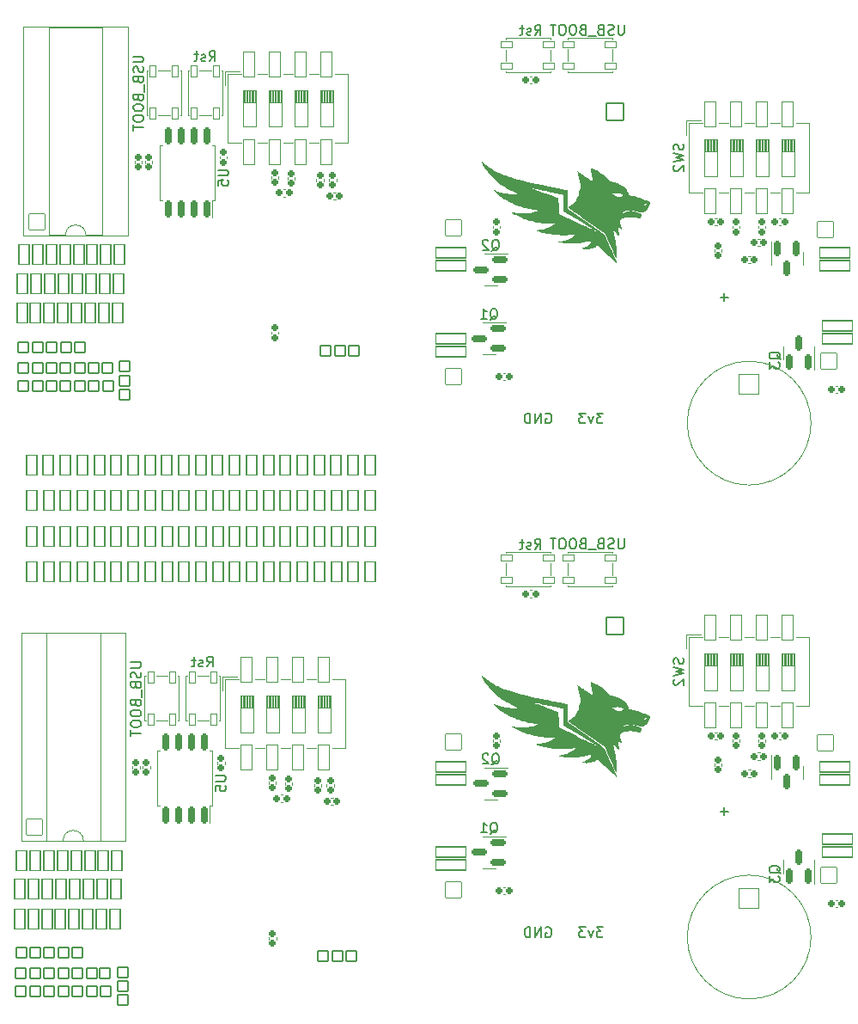
<source format=gbo>
G04 #@! TF.GenerationSoftware,KiCad,Pcbnew,7.0.5*
G04 #@! TF.CreationDate,2023-09-30T22:10:43+03:00*
G04 #@! TF.ProjectId,RP2040_minimal - Copy,52503230-3430-45f6-9d69-6e696d616c20,REV1*
G04 #@! TF.SameCoordinates,Original*
G04 #@! TF.FileFunction,Legend,Bot*
G04 #@! TF.FilePolarity,Positive*
%FSLAX46Y46*%
G04 Gerber Fmt 4.6, Leading zero omitted, Abs format (unit mm)*
G04 Created by KiCad (PCBNEW 7.0.5) date 2023-09-30 22:10:43*
%MOMM*%
%LPD*%
G01*
G04 APERTURE LIST*
G04 Aperture macros list*
%AMRoundRect*
0 Rectangle with rounded corners*
0 $1 Rounding radius*
0 $2 $3 $4 $5 $6 $7 $8 $9 X,Y pos of 4 corners*
0 Add a 4 corners polygon primitive as box body*
4,1,4,$2,$3,$4,$5,$6,$7,$8,$9,$2,$3,0*
0 Add four circle primitives for the rounded corners*
1,1,$1+$1,$2,$3*
1,1,$1+$1,$4,$5*
1,1,$1+$1,$6,$7*
1,1,$1+$1,$8,$9*
0 Add four rect primitives between the rounded corners*
20,1,$1+$1,$2,$3,$4,$5,0*
20,1,$1+$1,$4,$5,$6,$7,0*
20,1,$1+$1,$6,$7,$8,$9,0*
20,1,$1+$1,$8,$9,$2,$3,0*%
G04 Aperture macros list end*
%ADD10C,0.150000*%
%ADD11C,0.180000*%
%ADD12C,0.120000*%
%ADD13C,0.500000*%
%ADD14RoundRect,0.051000X0.500000X-1.000000X0.500000X1.000000X-0.500000X1.000000X-0.500000X-1.000000X0*%
%ADD15C,1.102000*%
%ADD16RoundRect,0.051000X-0.500000X-0.500000X0.500000X-0.500000X0.500000X0.500000X-0.500000X0.500000X0*%
%ADD17RoundRect,0.201000X0.150000X-0.587500X0.150000X0.587500X-0.150000X0.587500X-0.150000X-0.587500X0*%
%ADD18RoundRect,0.191000X0.140000X0.170000X-0.140000X0.170000X-0.140000X-0.170000X0.140000X-0.170000X0*%
%ADD19RoundRect,0.051000X0.500000X0.500000X-0.500000X0.500000X-0.500000X-0.500000X0.500000X-0.500000X0*%
%ADD20RoundRect,0.201000X0.587500X0.150000X-0.587500X0.150000X-0.587500X-0.150000X0.587500X-0.150000X0*%
%ADD21RoundRect,0.051000X-0.500000X0.500000X-0.500000X-0.500000X0.500000X-0.500000X0.500000X0.500000X0*%
%ADD22RoundRect,0.051000X-0.560000X1.220000X-0.560000X-1.220000X0.560000X-1.220000X0.560000X1.220000X0*%
%ADD23RoundRect,0.051000X0.525000X0.325000X-0.525000X0.325000X-0.525000X-0.325000X0.525000X-0.325000X0*%
%ADD24RoundRect,0.191000X-0.170000X0.140000X-0.170000X-0.140000X0.170000X-0.140000X0.170000X0.140000X0*%
%ADD25RoundRect,0.051000X-0.500000X1.000000X-0.500000X-1.000000X0.500000X-1.000000X0.500000X1.000000X0*%
%ADD26RoundRect,0.191000X-0.140000X-0.170000X0.140000X-0.170000X0.140000X0.170000X-0.140000X0.170000X0*%
%ADD27RoundRect,0.051000X0.325000X-0.525000X0.325000X0.525000X-0.325000X0.525000X-0.325000X-0.525000X0*%
%ADD28RoundRect,0.201000X-0.150000X0.587500X-0.150000X-0.587500X0.150000X-0.587500X0.150000X0.587500X0*%
%ADD29RoundRect,0.191000X0.170000X-0.140000X0.170000X0.140000X-0.170000X0.140000X-0.170000X-0.140000X0*%
%ADD30O,1.702000X1.702000*%
%ADD31RoundRect,0.051000X-0.800000X-0.800000X0.800000X-0.800000X0.800000X0.800000X-0.800000X0.800000X0*%
%ADD32RoundRect,0.051000X-0.325000X0.525000X-0.325000X-0.525000X0.325000X-0.525000X0.325000X0.525000X0*%
%ADD33RoundRect,0.201000X0.150000X-0.650000X0.150000X0.650000X-0.150000X0.650000X-0.150000X-0.650000X0*%
%ADD34RoundRect,0.051000X-1.000000X1.000000X-1.000000X-1.000000X1.000000X-1.000000X1.000000X1.000000X0*%
%ADD35C,2.102000*%
%ADD36RoundRect,0.051000X1.500000X0.500000X-1.500000X0.500000X-1.500000X-0.500000X1.500000X-0.500000X0*%
%ADD37RoundRect,0.051000X-0.800000X0.800000X-0.800000X-0.800000X0.800000X-0.800000X0.800000X0.800000X0*%
%ADD38RoundRect,0.051000X-0.850000X0.850000X-0.850000X-0.850000X0.850000X-0.850000X0.850000X0.850000X0*%
%ADD39C,1.802000*%
%ADD40RoundRect,0.051000X0.800000X-0.800000X0.800000X0.800000X-0.800000X0.800000X-0.800000X-0.800000X0*%
%ADD41C,0.752000*%
%ADD42O,1.102000X2.202000*%
%ADD43O,1.102000X1.902000*%
%ADD44RoundRect,0.051000X-1.500000X-0.500000X1.500000X-0.500000X1.500000X0.500000X-1.500000X0.500000X0*%
%ADD45O,2.202000X1.102000*%
%ADD46O,1.902000X1.102000*%
G04 APERTURE END LIST*
D10*
X118910890Y-83502089D02*
X119720413Y-83502089D01*
X119720413Y-83502089D02*
X119815651Y-83549708D01*
X119815651Y-83549708D02*
X119863271Y-83597327D01*
X119863271Y-83597327D02*
X119910890Y-83692565D01*
X119910890Y-83692565D02*
X119910890Y-83883041D01*
X119910890Y-83883041D02*
X119863271Y-83978279D01*
X119863271Y-83978279D02*
X119815651Y-84025898D01*
X119815651Y-84025898D02*
X119720413Y-84073517D01*
X119720413Y-84073517D02*
X118910890Y-84073517D01*
X119863271Y-84502089D02*
X119910890Y-84644946D01*
X119910890Y-84644946D02*
X119910890Y-84883041D01*
X119910890Y-84883041D02*
X119863271Y-84978279D01*
X119863271Y-84978279D02*
X119815651Y-85025898D01*
X119815651Y-85025898D02*
X119720413Y-85073517D01*
X119720413Y-85073517D02*
X119625175Y-85073517D01*
X119625175Y-85073517D02*
X119529937Y-85025898D01*
X119529937Y-85025898D02*
X119482318Y-84978279D01*
X119482318Y-84978279D02*
X119434699Y-84883041D01*
X119434699Y-84883041D02*
X119387080Y-84692565D01*
X119387080Y-84692565D02*
X119339461Y-84597327D01*
X119339461Y-84597327D02*
X119291842Y-84549708D01*
X119291842Y-84549708D02*
X119196604Y-84502089D01*
X119196604Y-84502089D02*
X119101366Y-84502089D01*
X119101366Y-84502089D02*
X119006128Y-84549708D01*
X119006128Y-84549708D02*
X118958509Y-84597327D01*
X118958509Y-84597327D02*
X118910890Y-84692565D01*
X118910890Y-84692565D02*
X118910890Y-84930660D01*
X118910890Y-84930660D02*
X118958509Y-85073517D01*
X119387080Y-85835422D02*
X119434699Y-85978279D01*
X119434699Y-85978279D02*
X119482318Y-86025898D01*
X119482318Y-86025898D02*
X119577556Y-86073517D01*
X119577556Y-86073517D02*
X119720413Y-86073517D01*
X119720413Y-86073517D02*
X119815651Y-86025898D01*
X119815651Y-86025898D02*
X119863271Y-85978279D01*
X119863271Y-85978279D02*
X119910890Y-85883041D01*
X119910890Y-85883041D02*
X119910890Y-85502089D01*
X119910890Y-85502089D02*
X118910890Y-85502089D01*
X118910890Y-85502089D02*
X118910890Y-85835422D01*
X118910890Y-85835422D02*
X118958509Y-85930660D01*
X118958509Y-85930660D02*
X119006128Y-85978279D01*
X119006128Y-85978279D02*
X119101366Y-86025898D01*
X119101366Y-86025898D02*
X119196604Y-86025898D01*
X119196604Y-86025898D02*
X119291842Y-85978279D01*
X119291842Y-85978279D02*
X119339461Y-85930660D01*
X119339461Y-85930660D02*
X119387080Y-85835422D01*
X119387080Y-85835422D02*
X119387080Y-85502089D01*
X120006128Y-86263994D02*
X120006128Y-87025898D01*
X119387080Y-87597327D02*
X119434699Y-87740184D01*
X119434699Y-87740184D02*
X119482318Y-87787803D01*
X119482318Y-87787803D02*
X119577556Y-87835422D01*
X119577556Y-87835422D02*
X119720413Y-87835422D01*
X119720413Y-87835422D02*
X119815651Y-87787803D01*
X119815651Y-87787803D02*
X119863271Y-87740184D01*
X119863271Y-87740184D02*
X119910890Y-87644946D01*
X119910890Y-87644946D02*
X119910890Y-87263994D01*
X119910890Y-87263994D02*
X118910890Y-87263994D01*
X118910890Y-87263994D02*
X118910890Y-87597327D01*
X118910890Y-87597327D02*
X118958509Y-87692565D01*
X118958509Y-87692565D02*
X119006128Y-87740184D01*
X119006128Y-87740184D02*
X119101366Y-87787803D01*
X119101366Y-87787803D02*
X119196604Y-87787803D01*
X119196604Y-87787803D02*
X119291842Y-87740184D01*
X119291842Y-87740184D02*
X119339461Y-87692565D01*
X119339461Y-87692565D02*
X119387080Y-87597327D01*
X119387080Y-87597327D02*
X119387080Y-87263994D01*
X118910890Y-88454470D02*
X118910890Y-88644946D01*
X118910890Y-88644946D02*
X118958509Y-88740184D01*
X118958509Y-88740184D02*
X119053747Y-88835422D01*
X119053747Y-88835422D02*
X119244223Y-88883041D01*
X119244223Y-88883041D02*
X119577556Y-88883041D01*
X119577556Y-88883041D02*
X119768032Y-88835422D01*
X119768032Y-88835422D02*
X119863271Y-88740184D01*
X119863271Y-88740184D02*
X119910890Y-88644946D01*
X119910890Y-88644946D02*
X119910890Y-88454470D01*
X119910890Y-88454470D02*
X119863271Y-88359232D01*
X119863271Y-88359232D02*
X119768032Y-88263994D01*
X119768032Y-88263994D02*
X119577556Y-88216375D01*
X119577556Y-88216375D02*
X119244223Y-88216375D01*
X119244223Y-88216375D02*
X119053747Y-88263994D01*
X119053747Y-88263994D02*
X118958509Y-88359232D01*
X118958509Y-88359232D02*
X118910890Y-88454470D01*
X118910890Y-89502089D02*
X118910890Y-89692565D01*
X118910890Y-89692565D02*
X118958509Y-89787803D01*
X118958509Y-89787803D02*
X119053747Y-89883041D01*
X119053747Y-89883041D02*
X119244223Y-89930660D01*
X119244223Y-89930660D02*
X119577556Y-89930660D01*
X119577556Y-89930660D02*
X119768032Y-89883041D01*
X119768032Y-89883041D02*
X119863271Y-89787803D01*
X119863271Y-89787803D02*
X119910890Y-89692565D01*
X119910890Y-89692565D02*
X119910890Y-89502089D01*
X119910890Y-89502089D02*
X119863271Y-89406851D01*
X119863271Y-89406851D02*
X119768032Y-89311613D01*
X119768032Y-89311613D02*
X119577556Y-89263994D01*
X119577556Y-89263994D02*
X119244223Y-89263994D01*
X119244223Y-89263994D02*
X119053747Y-89311613D01*
X119053747Y-89311613D02*
X118958509Y-89406851D01*
X118958509Y-89406851D02*
X118910890Y-89502089D01*
X118910890Y-90216375D02*
X118910890Y-90787803D01*
X119910890Y-90502089D02*
X118910890Y-90502089D01*
D11*
X165440879Y-109616065D02*
X164821832Y-109616065D01*
X164821832Y-109616065D02*
X165155165Y-109997017D01*
X165155165Y-109997017D02*
X165012308Y-109997017D01*
X165012308Y-109997017D02*
X164917070Y-110044636D01*
X164917070Y-110044636D02*
X164869451Y-110092255D01*
X164869451Y-110092255D02*
X164821832Y-110187493D01*
X164821832Y-110187493D02*
X164821832Y-110425588D01*
X164821832Y-110425588D02*
X164869451Y-110520826D01*
X164869451Y-110520826D02*
X164917070Y-110568446D01*
X164917070Y-110568446D02*
X165012308Y-110616065D01*
X165012308Y-110616065D02*
X165298022Y-110616065D01*
X165298022Y-110616065D02*
X165393260Y-110568446D01*
X165393260Y-110568446D02*
X165440879Y-110520826D01*
X164488498Y-109949398D02*
X164250403Y-110616065D01*
X164250403Y-110616065D02*
X164012308Y-109949398D01*
X163726593Y-109616065D02*
X163107546Y-109616065D01*
X163107546Y-109616065D02*
X163440879Y-109997017D01*
X163440879Y-109997017D02*
X163298022Y-109997017D01*
X163298022Y-109997017D02*
X163202784Y-110044636D01*
X163202784Y-110044636D02*
X163155165Y-110092255D01*
X163155165Y-110092255D02*
X163107546Y-110187493D01*
X163107546Y-110187493D02*
X163107546Y-110425588D01*
X163107546Y-110425588D02*
X163155165Y-110520826D01*
X163155165Y-110520826D02*
X163202784Y-110568446D01*
X163202784Y-110568446D02*
X163298022Y-110616065D01*
X163298022Y-110616065D02*
X163583736Y-110616065D01*
X163583736Y-110616065D02*
X163678974Y-110568446D01*
X163678974Y-110568446D02*
X163726593Y-110520826D01*
X165440879Y-59007162D02*
X164821832Y-59007162D01*
X164821832Y-59007162D02*
X165155165Y-59388114D01*
X165155165Y-59388114D02*
X165012308Y-59388114D01*
X165012308Y-59388114D02*
X164917070Y-59435733D01*
X164917070Y-59435733D02*
X164869451Y-59483352D01*
X164869451Y-59483352D02*
X164821832Y-59578590D01*
X164821832Y-59578590D02*
X164821832Y-59816685D01*
X164821832Y-59816685D02*
X164869451Y-59911923D01*
X164869451Y-59911923D02*
X164917070Y-59959543D01*
X164917070Y-59959543D02*
X165012308Y-60007162D01*
X165012308Y-60007162D02*
X165298022Y-60007162D01*
X165298022Y-60007162D02*
X165393260Y-59959543D01*
X165393260Y-59959543D02*
X165440879Y-59911923D01*
X164488498Y-59340495D02*
X164250403Y-60007162D01*
X164250403Y-60007162D02*
X164012308Y-59340495D01*
X163726593Y-59007162D02*
X163107546Y-59007162D01*
X163107546Y-59007162D02*
X163440879Y-59388114D01*
X163440879Y-59388114D02*
X163298022Y-59388114D01*
X163298022Y-59388114D02*
X163202784Y-59435733D01*
X163202784Y-59435733D02*
X163155165Y-59483352D01*
X163155165Y-59483352D02*
X163107546Y-59578590D01*
X163107546Y-59578590D02*
X163107546Y-59816685D01*
X163107546Y-59816685D02*
X163155165Y-59911923D01*
X163155165Y-59911923D02*
X163202784Y-59959543D01*
X163202784Y-59959543D02*
X163298022Y-60007162D01*
X163298022Y-60007162D02*
X163583736Y-60007162D01*
X163583736Y-60007162D02*
X163678974Y-59959543D01*
X163678974Y-59959543D02*
X163726593Y-59911923D01*
D10*
X167533586Y-20753722D02*
X167533586Y-21563245D01*
X167533586Y-21563245D02*
X167485967Y-21658483D01*
X167485967Y-21658483D02*
X167438348Y-21706103D01*
X167438348Y-21706103D02*
X167343110Y-21753722D01*
X167343110Y-21753722D02*
X167152634Y-21753722D01*
X167152634Y-21753722D02*
X167057396Y-21706103D01*
X167057396Y-21706103D02*
X167009777Y-21658483D01*
X167009777Y-21658483D02*
X166962158Y-21563245D01*
X166962158Y-21563245D02*
X166962158Y-20753722D01*
X166533586Y-21706103D02*
X166390729Y-21753722D01*
X166390729Y-21753722D02*
X166152634Y-21753722D01*
X166152634Y-21753722D02*
X166057396Y-21706103D01*
X166057396Y-21706103D02*
X166009777Y-21658483D01*
X166009777Y-21658483D02*
X165962158Y-21563245D01*
X165962158Y-21563245D02*
X165962158Y-21468007D01*
X165962158Y-21468007D02*
X166009777Y-21372769D01*
X166009777Y-21372769D02*
X166057396Y-21325150D01*
X166057396Y-21325150D02*
X166152634Y-21277531D01*
X166152634Y-21277531D02*
X166343110Y-21229912D01*
X166343110Y-21229912D02*
X166438348Y-21182293D01*
X166438348Y-21182293D02*
X166485967Y-21134674D01*
X166485967Y-21134674D02*
X166533586Y-21039436D01*
X166533586Y-21039436D02*
X166533586Y-20944198D01*
X166533586Y-20944198D02*
X166485967Y-20848960D01*
X166485967Y-20848960D02*
X166438348Y-20801341D01*
X166438348Y-20801341D02*
X166343110Y-20753722D01*
X166343110Y-20753722D02*
X166105015Y-20753722D01*
X166105015Y-20753722D02*
X165962158Y-20801341D01*
X165200253Y-21229912D02*
X165057396Y-21277531D01*
X165057396Y-21277531D02*
X165009777Y-21325150D01*
X165009777Y-21325150D02*
X164962158Y-21420388D01*
X164962158Y-21420388D02*
X164962158Y-21563245D01*
X164962158Y-21563245D02*
X165009777Y-21658483D01*
X165009777Y-21658483D02*
X165057396Y-21706103D01*
X165057396Y-21706103D02*
X165152634Y-21753722D01*
X165152634Y-21753722D02*
X165533586Y-21753722D01*
X165533586Y-21753722D02*
X165533586Y-20753722D01*
X165533586Y-20753722D02*
X165200253Y-20753722D01*
X165200253Y-20753722D02*
X165105015Y-20801341D01*
X165105015Y-20801341D02*
X165057396Y-20848960D01*
X165057396Y-20848960D02*
X165009777Y-20944198D01*
X165009777Y-20944198D02*
X165009777Y-21039436D01*
X165009777Y-21039436D02*
X165057396Y-21134674D01*
X165057396Y-21134674D02*
X165105015Y-21182293D01*
X165105015Y-21182293D02*
X165200253Y-21229912D01*
X165200253Y-21229912D02*
X165533586Y-21229912D01*
X164771682Y-21848960D02*
X164009777Y-21848960D01*
X163438348Y-21229912D02*
X163295491Y-21277531D01*
X163295491Y-21277531D02*
X163247872Y-21325150D01*
X163247872Y-21325150D02*
X163200253Y-21420388D01*
X163200253Y-21420388D02*
X163200253Y-21563245D01*
X163200253Y-21563245D02*
X163247872Y-21658483D01*
X163247872Y-21658483D02*
X163295491Y-21706103D01*
X163295491Y-21706103D02*
X163390729Y-21753722D01*
X163390729Y-21753722D02*
X163771681Y-21753722D01*
X163771681Y-21753722D02*
X163771681Y-20753722D01*
X163771681Y-20753722D02*
X163438348Y-20753722D01*
X163438348Y-20753722D02*
X163343110Y-20801341D01*
X163343110Y-20801341D02*
X163295491Y-20848960D01*
X163295491Y-20848960D02*
X163247872Y-20944198D01*
X163247872Y-20944198D02*
X163247872Y-21039436D01*
X163247872Y-21039436D02*
X163295491Y-21134674D01*
X163295491Y-21134674D02*
X163343110Y-21182293D01*
X163343110Y-21182293D02*
X163438348Y-21229912D01*
X163438348Y-21229912D02*
X163771681Y-21229912D01*
X162581205Y-20753722D02*
X162390729Y-20753722D01*
X162390729Y-20753722D02*
X162295491Y-20801341D01*
X162295491Y-20801341D02*
X162200253Y-20896579D01*
X162200253Y-20896579D02*
X162152634Y-21087055D01*
X162152634Y-21087055D02*
X162152634Y-21420388D01*
X162152634Y-21420388D02*
X162200253Y-21610864D01*
X162200253Y-21610864D02*
X162295491Y-21706103D01*
X162295491Y-21706103D02*
X162390729Y-21753722D01*
X162390729Y-21753722D02*
X162581205Y-21753722D01*
X162581205Y-21753722D02*
X162676443Y-21706103D01*
X162676443Y-21706103D02*
X162771681Y-21610864D01*
X162771681Y-21610864D02*
X162819300Y-21420388D01*
X162819300Y-21420388D02*
X162819300Y-21087055D01*
X162819300Y-21087055D02*
X162771681Y-20896579D01*
X162771681Y-20896579D02*
X162676443Y-20801341D01*
X162676443Y-20801341D02*
X162581205Y-20753722D01*
X161533586Y-20753722D02*
X161343110Y-20753722D01*
X161343110Y-20753722D02*
X161247872Y-20801341D01*
X161247872Y-20801341D02*
X161152634Y-20896579D01*
X161152634Y-20896579D02*
X161105015Y-21087055D01*
X161105015Y-21087055D02*
X161105015Y-21420388D01*
X161105015Y-21420388D02*
X161152634Y-21610864D01*
X161152634Y-21610864D02*
X161247872Y-21706103D01*
X161247872Y-21706103D02*
X161343110Y-21753722D01*
X161343110Y-21753722D02*
X161533586Y-21753722D01*
X161533586Y-21753722D02*
X161628824Y-21706103D01*
X161628824Y-21706103D02*
X161724062Y-21610864D01*
X161724062Y-21610864D02*
X161771681Y-21420388D01*
X161771681Y-21420388D02*
X161771681Y-21087055D01*
X161771681Y-21087055D02*
X161724062Y-20896579D01*
X161724062Y-20896579D02*
X161628824Y-20801341D01*
X161628824Y-20801341D02*
X161533586Y-20753722D01*
X160819300Y-20753722D02*
X160247872Y-20753722D01*
X160533586Y-21753722D02*
X160533586Y-20753722D01*
X126398023Y-83972337D02*
X126731356Y-83496146D01*
X126969451Y-83972337D02*
X126969451Y-82972337D01*
X126969451Y-82972337D02*
X126588499Y-82972337D01*
X126588499Y-82972337D02*
X126493261Y-83019956D01*
X126493261Y-83019956D02*
X126445642Y-83067575D01*
X126445642Y-83067575D02*
X126398023Y-83162813D01*
X126398023Y-83162813D02*
X126398023Y-83305670D01*
X126398023Y-83305670D02*
X126445642Y-83400908D01*
X126445642Y-83400908D02*
X126493261Y-83448527D01*
X126493261Y-83448527D02*
X126588499Y-83496146D01*
X126588499Y-83496146D02*
X126969451Y-83496146D01*
X126017070Y-83924718D02*
X125921832Y-83972337D01*
X125921832Y-83972337D02*
X125731356Y-83972337D01*
X125731356Y-83972337D02*
X125636118Y-83924718D01*
X125636118Y-83924718D02*
X125588499Y-83829479D01*
X125588499Y-83829479D02*
X125588499Y-83781860D01*
X125588499Y-83781860D02*
X125636118Y-83686622D01*
X125636118Y-83686622D02*
X125731356Y-83639003D01*
X125731356Y-83639003D02*
X125874213Y-83639003D01*
X125874213Y-83639003D02*
X125969451Y-83591384D01*
X125969451Y-83591384D02*
X126017070Y-83496146D01*
X126017070Y-83496146D02*
X126017070Y-83448527D01*
X126017070Y-83448527D02*
X125969451Y-83353289D01*
X125969451Y-83353289D02*
X125874213Y-83305670D01*
X125874213Y-83305670D02*
X125731356Y-83305670D01*
X125731356Y-83305670D02*
X125636118Y-83353289D01*
X125302784Y-83305670D02*
X124921832Y-83305670D01*
X125159927Y-82972337D02*
X125159927Y-83829479D01*
X125159927Y-83829479D02*
X125112308Y-83924718D01*
X125112308Y-83924718D02*
X125017070Y-83972337D01*
X125017070Y-83972337D02*
X124921832Y-83972337D01*
X126641545Y-24344819D02*
X126974878Y-23868628D01*
X127212973Y-24344819D02*
X127212973Y-23344819D01*
X127212973Y-23344819D02*
X126832021Y-23344819D01*
X126832021Y-23344819D02*
X126736783Y-23392438D01*
X126736783Y-23392438D02*
X126689164Y-23440057D01*
X126689164Y-23440057D02*
X126641545Y-23535295D01*
X126641545Y-23535295D02*
X126641545Y-23678152D01*
X126641545Y-23678152D02*
X126689164Y-23773390D01*
X126689164Y-23773390D02*
X126736783Y-23821009D01*
X126736783Y-23821009D02*
X126832021Y-23868628D01*
X126832021Y-23868628D02*
X127212973Y-23868628D01*
X126260592Y-24297200D02*
X126165354Y-24344819D01*
X126165354Y-24344819D02*
X125974878Y-24344819D01*
X125974878Y-24344819D02*
X125879640Y-24297200D01*
X125879640Y-24297200D02*
X125832021Y-24201961D01*
X125832021Y-24201961D02*
X125832021Y-24154342D01*
X125832021Y-24154342D02*
X125879640Y-24059104D01*
X125879640Y-24059104D02*
X125974878Y-24011485D01*
X125974878Y-24011485D02*
X126117735Y-24011485D01*
X126117735Y-24011485D02*
X126212973Y-23963866D01*
X126212973Y-23963866D02*
X126260592Y-23868628D01*
X126260592Y-23868628D02*
X126260592Y-23821009D01*
X126260592Y-23821009D02*
X126212973Y-23725771D01*
X126212973Y-23725771D02*
X126117735Y-23678152D01*
X126117735Y-23678152D02*
X125974878Y-23678152D01*
X125974878Y-23678152D02*
X125879640Y-23725771D01*
X125546306Y-23678152D02*
X125165354Y-23678152D01*
X125403449Y-23344819D02*
X125403449Y-24201961D01*
X125403449Y-24201961D02*
X125355830Y-24297200D01*
X125355830Y-24297200D02*
X125260592Y-24344819D01*
X125260592Y-24344819D02*
X125165354Y-24344819D01*
X158739360Y-72387345D02*
X159072693Y-71911154D01*
X159310788Y-72387345D02*
X159310788Y-71387345D01*
X159310788Y-71387345D02*
X158929836Y-71387345D01*
X158929836Y-71387345D02*
X158834598Y-71434964D01*
X158834598Y-71434964D02*
X158786979Y-71482583D01*
X158786979Y-71482583D02*
X158739360Y-71577821D01*
X158739360Y-71577821D02*
X158739360Y-71720678D01*
X158739360Y-71720678D02*
X158786979Y-71815916D01*
X158786979Y-71815916D02*
X158834598Y-71863535D01*
X158834598Y-71863535D02*
X158929836Y-71911154D01*
X158929836Y-71911154D02*
X159310788Y-71911154D01*
X158358407Y-72339726D02*
X158263169Y-72387345D01*
X158263169Y-72387345D02*
X158072693Y-72387345D01*
X158072693Y-72387345D02*
X157977455Y-72339726D01*
X157977455Y-72339726D02*
X157929836Y-72244487D01*
X157929836Y-72244487D02*
X157929836Y-72196868D01*
X157929836Y-72196868D02*
X157977455Y-72101630D01*
X157977455Y-72101630D02*
X158072693Y-72054011D01*
X158072693Y-72054011D02*
X158215550Y-72054011D01*
X158215550Y-72054011D02*
X158310788Y-72006392D01*
X158310788Y-72006392D02*
X158358407Y-71911154D01*
X158358407Y-71911154D02*
X158358407Y-71863535D01*
X158358407Y-71863535D02*
X158310788Y-71768297D01*
X158310788Y-71768297D02*
X158215550Y-71720678D01*
X158215550Y-71720678D02*
X158072693Y-71720678D01*
X158072693Y-71720678D02*
X157977455Y-71768297D01*
X157644121Y-71720678D02*
X157263169Y-71720678D01*
X157501264Y-71387345D02*
X157501264Y-72244487D01*
X157501264Y-72244487D02*
X157453645Y-72339726D01*
X157453645Y-72339726D02*
X157358407Y-72387345D01*
X157358407Y-72387345D02*
X157263169Y-72387345D01*
D11*
X159811832Y-109673684D02*
X159907070Y-109626065D01*
X159907070Y-109626065D02*
X160049927Y-109626065D01*
X160049927Y-109626065D02*
X160192784Y-109673684D01*
X160192784Y-109673684D02*
X160288022Y-109768922D01*
X160288022Y-109768922D02*
X160335641Y-109864160D01*
X160335641Y-109864160D02*
X160383260Y-110054636D01*
X160383260Y-110054636D02*
X160383260Y-110197493D01*
X160383260Y-110197493D02*
X160335641Y-110387969D01*
X160335641Y-110387969D02*
X160288022Y-110483207D01*
X160288022Y-110483207D02*
X160192784Y-110578446D01*
X160192784Y-110578446D02*
X160049927Y-110626065D01*
X160049927Y-110626065D02*
X159954689Y-110626065D01*
X159954689Y-110626065D02*
X159811832Y-110578446D01*
X159811832Y-110578446D02*
X159764213Y-110530826D01*
X159764213Y-110530826D02*
X159764213Y-110197493D01*
X159764213Y-110197493D02*
X159954689Y-110197493D01*
X159335641Y-110626065D02*
X159335641Y-109626065D01*
X159335641Y-109626065D02*
X158764213Y-110626065D01*
X158764213Y-110626065D02*
X158764213Y-109626065D01*
X158288022Y-110626065D02*
X158288022Y-109626065D01*
X158288022Y-109626065D02*
X158049927Y-109626065D01*
X158049927Y-109626065D02*
X157907070Y-109673684D01*
X157907070Y-109673684D02*
X157811832Y-109768922D01*
X157811832Y-109768922D02*
X157764213Y-109864160D01*
X157764213Y-109864160D02*
X157716594Y-110054636D01*
X157716594Y-110054636D02*
X157716594Y-110197493D01*
X157716594Y-110197493D02*
X157764213Y-110387969D01*
X157764213Y-110387969D02*
X157811832Y-110483207D01*
X157811832Y-110483207D02*
X157907070Y-110578446D01*
X157907070Y-110578446D02*
X158049927Y-110626065D01*
X158049927Y-110626065D02*
X158288022Y-110626065D01*
X159811832Y-59064781D02*
X159907070Y-59017162D01*
X159907070Y-59017162D02*
X160049927Y-59017162D01*
X160049927Y-59017162D02*
X160192784Y-59064781D01*
X160192784Y-59064781D02*
X160288022Y-59160019D01*
X160288022Y-59160019D02*
X160335641Y-59255257D01*
X160335641Y-59255257D02*
X160383260Y-59445733D01*
X160383260Y-59445733D02*
X160383260Y-59588590D01*
X160383260Y-59588590D02*
X160335641Y-59779066D01*
X160335641Y-59779066D02*
X160288022Y-59874304D01*
X160288022Y-59874304D02*
X160192784Y-59969543D01*
X160192784Y-59969543D02*
X160049927Y-60017162D01*
X160049927Y-60017162D02*
X159954689Y-60017162D01*
X159954689Y-60017162D02*
X159811832Y-59969543D01*
X159811832Y-59969543D02*
X159764213Y-59921923D01*
X159764213Y-59921923D02*
X159764213Y-59588590D01*
X159764213Y-59588590D02*
X159954689Y-59588590D01*
X159335641Y-60017162D02*
X159335641Y-59017162D01*
X159335641Y-59017162D02*
X158764213Y-60017162D01*
X158764213Y-60017162D02*
X158764213Y-59017162D01*
X158288022Y-60017162D02*
X158288022Y-59017162D01*
X158288022Y-59017162D02*
X158049927Y-59017162D01*
X158049927Y-59017162D02*
X157907070Y-59064781D01*
X157907070Y-59064781D02*
X157811832Y-59160019D01*
X157811832Y-59160019D02*
X157764213Y-59255257D01*
X157764213Y-59255257D02*
X157716594Y-59445733D01*
X157716594Y-59445733D02*
X157716594Y-59588590D01*
X157716594Y-59588590D02*
X157764213Y-59779066D01*
X157764213Y-59779066D02*
X157811832Y-59874304D01*
X157811832Y-59874304D02*
X157907070Y-59969543D01*
X157907070Y-59969543D02*
X158049927Y-60017162D01*
X158049927Y-60017162D02*
X158288022Y-60017162D01*
D10*
X119154412Y-23874571D02*
X119963935Y-23874571D01*
X119963935Y-23874571D02*
X120059173Y-23922190D01*
X120059173Y-23922190D02*
X120106793Y-23969809D01*
X120106793Y-23969809D02*
X120154412Y-24065047D01*
X120154412Y-24065047D02*
X120154412Y-24255523D01*
X120154412Y-24255523D02*
X120106793Y-24350761D01*
X120106793Y-24350761D02*
X120059173Y-24398380D01*
X120059173Y-24398380D02*
X119963935Y-24445999D01*
X119963935Y-24445999D02*
X119154412Y-24445999D01*
X120106793Y-24874571D02*
X120154412Y-25017428D01*
X120154412Y-25017428D02*
X120154412Y-25255523D01*
X120154412Y-25255523D02*
X120106793Y-25350761D01*
X120106793Y-25350761D02*
X120059173Y-25398380D01*
X120059173Y-25398380D02*
X119963935Y-25445999D01*
X119963935Y-25445999D02*
X119868697Y-25445999D01*
X119868697Y-25445999D02*
X119773459Y-25398380D01*
X119773459Y-25398380D02*
X119725840Y-25350761D01*
X119725840Y-25350761D02*
X119678221Y-25255523D01*
X119678221Y-25255523D02*
X119630602Y-25065047D01*
X119630602Y-25065047D02*
X119582983Y-24969809D01*
X119582983Y-24969809D02*
X119535364Y-24922190D01*
X119535364Y-24922190D02*
X119440126Y-24874571D01*
X119440126Y-24874571D02*
X119344888Y-24874571D01*
X119344888Y-24874571D02*
X119249650Y-24922190D01*
X119249650Y-24922190D02*
X119202031Y-24969809D01*
X119202031Y-24969809D02*
X119154412Y-25065047D01*
X119154412Y-25065047D02*
X119154412Y-25303142D01*
X119154412Y-25303142D02*
X119202031Y-25445999D01*
X119630602Y-26207904D02*
X119678221Y-26350761D01*
X119678221Y-26350761D02*
X119725840Y-26398380D01*
X119725840Y-26398380D02*
X119821078Y-26445999D01*
X119821078Y-26445999D02*
X119963935Y-26445999D01*
X119963935Y-26445999D02*
X120059173Y-26398380D01*
X120059173Y-26398380D02*
X120106793Y-26350761D01*
X120106793Y-26350761D02*
X120154412Y-26255523D01*
X120154412Y-26255523D02*
X120154412Y-25874571D01*
X120154412Y-25874571D02*
X119154412Y-25874571D01*
X119154412Y-25874571D02*
X119154412Y-26207904D01*
X119154412Y-26207904D02*
X119202031Y-26303142D01*
X119202031Y-26303142D02*
X119249650Y-26350761D01*
X119249650Y-26350761D02*
X119344888Y-26398380D01*
X119344888Y-26398380D02*
X119440126Y-26398380D01*
X119440126Y-26398380D02*
X119535364Y-26350761D01*
X119535364Y-26350761D02*
X119582983Y-26303142D01*
X119582983Y-26303142D02*
X119630602Y-26207904D01*
X119630602Y-26207904D02*
X119630602Y-25874571D01*
X120249650Y-26636476D02*
X120249650Y-27398380D01*
X119630602Y-27969809D02*
X119678221Y-28112666D01*
X119678221Y-28112666D02*
X119725840Y-28160285D01*
X119725840Y-28160285D02*
X119821078Y-28207904D01*
X119821078Y-28207904D02*
X119963935Y-28207904D01*
X119963935Y-28207904D02*
X120059173Y-28160285D01*
X120059173Y-28160285D02*
X120106793Y-28112666D01*
X120106793Y-28112666D02*
X120154412Y-28017428D01*
X120154412Y-28017428D02*
X120154412Y-27636476D01*
X120154412Y-27636476D02*
X119154412Y-27636476D01*
X119154412Y-27636476D02*
X119154412Y-27969809D01*
X119154412Y-27969809D02*
X119202031Y-28065047D01*
X119202031Y-28065047D02*
X119249650Y-28112666D01*
X119249650Y-28112666D02*
X119344888Y-28160285D01*
X119344888Y-28160285D02*
X119440126Y-28160285D01*
X119440126Y-28160285D02*
X119535364Y-28112666D01*
X119535364Y-28112666D02*
X119582983Y-28065047D01*
X119582983Y-28065047D02*
X119630602Y-27969809D01*
X119630602Y-27969809D02*
X119630602Y-27636476D01*
X119154412Y-28826952D02*
X119154412Y-29017428D01*
X119154412Y-29017428D02*
X119202031Y-29112666D01*
X119202031Y-29112666D02*
X119297269Y-29207904D01*
X119297269Y-29207904D02*
X119487745Y-29255523D01*
X119487745Y-29255523D02*
X119821078Y-29255523D01*
X119821078Y-29255523D02*
X120011554Y-29207904D01*
X120011554Y-29207904D02*
X120106793Y-29112666D01*
X120106793Y-29112666D02*
X120154412Y-29017428D01*
X120154412Y-29017428D02*
X120154412Y-28826952D01*
X120154412Y-28826952D02*
X120106793Y-28731714D01*
X120106793Y-28731714D02*
X120011554Y-28636476D01*
X120011554Y-28636476D02*
X119821078Y-28588857D01*
X119821078Y-28588857D02*
X119487745Y-28588857D01*
X119487745Y-28588857D02*
X119297269Y-28636476D01*
X119297269Y-28636476D02*
X119202031Y-28731714D01*
X119202031Y-28731714D02*
X119154412Y-28826952D01*
X119154412Y-29874571D02*
X119154412Y-30065047D01*
X119154412Y-30065047D02*
X119202031Y-30160285D01*
X119202031Y-30160285D02*
X119297269Y-30255523D01*
X119297269Y-30255523D02*
X119487745Y-30303142D01*
X119487745Y-30303142D02*
X119821078Y-30303142D01*
X119821078Y-30303142D02*
X120011554Y-30255523D01*
X120011554Y-30255523D02*
X120106793Y-30160285D01*
X120106793Y-30160285D02*
X120154412Y-30065047D01*
X120154412Y-30065047D02*
X120154412Y-29874571D01*
X120154412Y-29874571D02*
X120106793Y-29779333D01*
X120106793Y-29779333D02*
X120011554Y-29684095D01*
X120011554Y-29684095D02*
X119821078Y-29636476D01*
X119821078Y-29636476D02*
X119487745Y-29636476D01*
X119487745Y-29636476D02*
X119297269Y-29684095D01*
X119297269Y-29684095D02*
X119202031Y-29779333D01*
X119202031Y-29779333D02*
X119154412Y-29874571D01*
X119154412Y-30588857D02*
X119154412Y-31160285D01*
X120154412Y-30874571D02*
X119154412Y-30874571D01*
X158739360Y-21778442D02*
X159072693Y-21302251D01*
X159310788Y-21778442D02*
X159310788Y-20778442D01*
X159310788Y-20778442D02*
X158929836Y-20778442D01*
X158929836Y-20778442D02*
X158834598Y-20826061D01*
X158834598Y-20826061D02*
X158786979Y-20873680D01*
X158786979Y-20873680D02*
X158739360Y-20968918D01*
X158739360Y-20968918D02*
X158739360Y-21111775D01*
X158739360Y-21111775D02*
X158786979Y-21207013D01*
X158786979Y-21207013D02*
X158834598Y-21254632D01*
X158834598Y-21254632D02*
X158929836Y-21302251D01*
X158929836Y-21302251D02*
X159310788Y-21302251D01*
X158358407Y-21730823D02*
X158263169Y-21778442D01*
X158263169Y-21778442D02*
X158072693Y-21778442D01*
X158072693Y-21778442D02*
X157977455Y-21730823D01*
X157977455Y-21730823D02*
X157929836Y-21635584D01*
X157929836Y-21635584D02*
X157929836Y-21587965D01*
X157929836Y-21587965D02*
X157977455Y-21492727D01*
X157977455Y-21492727D02*
X158072693Y-21445108D01*
X158072693Y-21445108D02*
X158215550Y-21445108D01*
X158215550Y-21445108D02*
X158310788Y-21397489D01*
X158310788Y-21397489D02*
X158358407Y-21302251D01*
X158358407Y-21302251D02*
X158358407Y-21254632D01*
X158358407Y-21254632D02*
X158310788Y-21159394D01*
X158310788Y-21159394D02*
X158215550Y-21111775D01*
X158215550Y-21111775D02*
X158072693Y-21111775D01*
X158072693Y-21111775D02*
X157977455Y-21159394D01*
X157644121Y-21111775D02*
X157263169Y-21111775D01*
X157501264Y-20778442D02*
X157501264Y-21635584D01*
X157501264Y-21635584D02*
X157453645Y-21730823D01*
X157453645Y-21730823D02*
X157358407Y-21778442D01*
X157358407Y-21778442D02*
X157263169Y-21778442D01*
X167533586Y-71362625D02*
X167533586Y-72172148D01*
X167533586Y-72172148D02*
X167485967Y-72267386D01*
X167485967Y-72267386D02*
X167438348Y-72315006D01*
X167438348Y-72315006D02*
X167343110Y-72362625D01*
X167343110Y-72362625D02*
X167152634Y-72362625D01*
X167152634Y-72362625D02*
X167057396Y-72315006D01*
X167057396Y-72315006D02*
X167009777Y-72267386D01*
X167009777Y-72267386D02*
X166962158Y-72172148D01*
X166962158Y-72172148D02*
X166962158Y-71362625D01*
X166533586Y-72315006D02*
X166390729Y-72362625D01*
X166390729Y-72362625D02*
X166152634Y-72362625D01*
X166152634Y-72362625D02*
X166057396Y-72315006D01*
X166057396Y-72315006D02*
X166009777Y-72267386D01*
X166009777Y-72267386D02*
X165962158Y-72172148D01*
X165962158Y-72172148D02*
X165962158Y-72076910D01*
X165962158Y-72076910D02*
X166009777Y-71981672D01*
X166009777Y-71981672D02*
X166057396Y-71934053D01*
X166057396Y-71934053D02*
X166152634Y-71886434D01*
X166152634Y-71886434D02*
X166343110Y-71838815D01*
X166343110Y-71838815D02*
X166438348Y-71791196D01*
X166438348Y-71791196D02*
X166485967Y-71743577D01*
X166485967Y-71743577D02*
X166533586Y-71648339D01*
X166533586Y-71648339D02*
X166533586Y-71553101D01*
X166533586Y-71553101D02*
X166485967Y-71457863D01*
X166485967Y-71457863D02*
X166438348Y-71410244D01*
X166438348Y-71410244D02*
X166343110Y-71362625D01*
X166343110Y-71362625D02*
X166105015Y-71362625D01*
X166105015Y-71362625D02*
X165962158Y-71410244D01*
X165200253Y-71838815D02*
X165057396Y-71886434D01*
X165057396Y-71886434D02*
X165009777Y-71934053D01*
X165009777Y-71934053D02*
X164962158Y-72029291D01*
X164962158Y-72029291D02*
X164962158Y-72172148D01*
X164962158Y-72172148D02*
X165009777Y-72267386D01*
X165009777Y-72267386D02*
X165057396Y-72315006D01*
X165057396Y-72315006D02*
X165152634Y-72362625D01*
X165152634Y-72362625D02*
X165533586Y-72362625D01*
X165533586Y-72362625D02*
X165533586Y-71362625D01*
X165533586Y-71362625D02*
X165200253Y-71362625D01*
X165200253Y-71362625D02*
X165105015Y-71410244D01*
X165105015Y-71410244D02*
X165057396Y-71457863D01*
X165057396Y-71457863D02*
X165009777Y-71553101D01*
X165009777Y-71553101D02*
X165009777Y-71648339D01*
X165009777Y-71648339D02*
X165057396Y-71743577D01*
X165057396Y-71743577D02*
X165105015Y-71791196D01*
X165105015Y-71791196D02*
X165200253Y-71838815D01*
X165200253Y-71838815D02*
X165533586Y-71838815D01*
X164771682Y-72457863D02*
X164009777Y-72457863D01*
X163438348Y-71838815D02*
X163295491Y-71886434D01*
X163295491Y-71886434D02*
X163247872Y-71934053D01*
X163247872Y-71934053D02*
X163200253Y-72029291D01*
X163200253Y-72029291D02*
X163200253Y-72172148D01*
X163200253Y-72172148D02*
X163247872Y-72267386D01*
X163247872Y-72267386D02*
X163295491Y-72315006D01*
X163295491Y-72315006D02*
X163390729Y-72362625D01*
X163390729Y-72362625D02*
X163771681Y-72362625D01*
X163771681Y-72362625D02*
X163771681Y-71362625D01*
X163771681Y-71362625D02*
X163438348Y-71362625D01*
X163438348Y-71362625D02*
X163343110Y-71410244D01*
X163343110Y-71410244D02*
X163295491Y-71457863D01*
X163295491Y-71457863D02*
X163247872Y-71553101D01*
X163247872Y-71553101D02*
X163247872Y-71648339D01*
X163247872Y-71648339D02*
X163295491Y-71743577D01*
X163295491Y-71743577D02*
X163343110Y-71791196D01*
X163343110Y-71791196D02*
X163438348Y-71838815D01*
X163438348Y-71838815D02*
X163771681Y-71838815D01*
X162581205Y-71362625D02*
X162390729Y-71362625D01*
X162390729Y-71362625D02*
X162295491Y-71410244D01*
X162295491Y-71410244D02*
X162200253Y-71505482D01*
X162200253Y-71505482D02*
X162152634Y-71695958D01*
X162152634Y-71695958D02*
X162152634Y-72029291D01*
X162152634Y-72029291D02*
X162200253Y-72219767D01*
X162200253Y-72219767D02*
X162295491Y-72315006D01*
X162295491Y-72315006D02*
X162390729Y-72362625D01*
X162390729Y-72362625D02*
X162581205Y-72362625D01*
X162581205Y-72362625D02*
X162676443Y-72315006D01*
X162676443Y-72315006D02*
X162771681Y-72219767D01*
X162771681Y-72219767D02*
X162819300Y-72029291D01*
X162819300Y-72029291D02*
X162819300Y-71695958D01*
X162819300Y-71695958D02*
X162771681Y-71505482D01*
X162771681Y-71505482D02*
X162676443Y-71410244D01*
X162676443Y-71410244D02*
X162581205Y-71362625D01*
X161533586Y-71362625D02*
X161343110Y-71362625D01*
X161343110Y-71362625D02*
X161247872Y-71410244D01*
X161247872Y-71410244D02*
X161152634Y-71505482D01*
X161152634Y-71505482D02*
X161105015Y-71695958D01*
X161105015Y-71695958D02*
X161105015Y-72029291D01*
X161105015Y-72029291D02*
X161152634Y-72219767D01*
X161152634Y-72219767D02*
X161247872Y-72315006D01*
X161247872Y-72315006D02*
X161343110Y-72362625D01*
X161343110Y-72362625D02*
X161533586Y-72362625D01*
X161533586Y-72362625D02*
X161628824Y-72315006D01*
X161628824Y-72315006D02*
X161724062Y-72219767D01*
X161724062Y-72219767D02*
X161771681Y-72029291D01*
X161771681Y-72029291D02*
X161771681Y-71695958D01*
X161771681Y-71695958D02*
X161724062Y-71505482D01*
X161724062Y-71505482D02*
X161628824Y-71410244D01*
X161628824Y-71410244D02*
X161533586Y-71362625D01*
X160819300Y-71362625D02*
X160247872Y-71362625D01*
X160533586Y-72362625D02*
X160533586Y-71362625D01*
X182951715Y-104318567D02*
X182904096Y-104223329D01*
X182904096Y-104223329D02*
X182808858Y-104128091D01*
X182808858Y-104128091D02*
X182666000Y-103985234D01*
X182666000Y-103985234D02*
X182618381Y-103889996D01*
X182618381Y-103889996D02*
X182618381Y-103794758D01*
X182856477Y-103842377D02*
X182808858Y-103747139D01*
X182808858Y-103747139D02*
X182713619Y-103651901D01*
X182713619Y-103651901D02*
X182523143Y-103604282D01*
X182523143Y-103604282D02*
X182189810Y-103604282D01*
X182189810Y-103604282D02*
X181999334Y-103651901D01*
X181999334Y-103651901D02*
X181904096Y-103747139D01*
X181904096Y-103747139D02*
X181856477Y-103842377D01*
X181856477Y-103842377D02*
X181856477Y-104032853D01*
X181856477Y-104032853D02*
X181904096Y-104128091D01*
X181904096Y-104128091D02*
X181999334Y-104223329D01*
X181999334Y-104223329D02*
X182189810Y-104270948D01*
X182189810Y-104270948D02*
X182523143Y-104270948D01*
X182523143Y-104270948D02*
X182713619Y-104223329D01*
X182713619Y-104223329D02*
X182808858Y-104128091D01*
X182808858Y-104128091D02*
X182856477Y-104032853D01*
X182856477Y-104032853D02*
X182856477Y-103842377D01*
X181856477Y-104604282D02*
X181856477Y-105223329D01*
X181856477Y-105223329D02*
X182237429Y-104889996D01*
X182237429Y-104889996D02*
X182237429Y-105032853D01*
X182237429Y-105032853D02*
X182285048Y-105128091D01*
X182285048Y-105128091D02*
X182332667Y-105175710D01*
X182332667Y-105175710D02*
X182427905Y-105223329D01*
X182427905Y-105223329D02*
X182666000Y-105223329D01*
X182666000Y-105223329D02*
X182761238Y-105175710D01*
X182761238Y-105175710D02*
X182808858Y-105128091D01*
X182808858Y-105128091D02*
X182856477Y-105032853D01*
X182856477Y-105032853D02*
X182856477Y-104747139D01*
X182856477Y-104747139D02*
X182808858Y-104651901D01*
X182808858Y-104651901D02*
X182761238Y-104604282D01*
X154318646Y-49798960D02*
X154413884Y-49751341D01*
X154413884Y-49751341D02*
X154509122Y-49656103D01*
X154509122Y-49656103D02*
X154651979Y-49513245D01*
X154651979Y-49513245D02*
X154747217Y-49465626D01*
X154747217Y-49465626D02*
X154842455Y-49465626D01*
X154794836Y-49703722D02*
X154890074Y-49656103D01*
X154890074Y-49656103D02*
X154985312Y-49560864D01*
X154985312Y-49560864D02*
X155032931Y-49370388D01*
X155032931Y-49370388D02*
X155032931Y-49037055D01*
X155032931Y-49037055D02*
X154985312Y-48846579D01*
X154985312Y-48846579D02*
X154890074Y-48751341D01*
X154890074Y-48751341D02*
X154794836Y-48703722D01*
X154794836Y-48703722D02*
X154604360Y-48703722D01*
X154604360Y-48703722D02*
X154509122Y-48751341D01*
X154509122Y-48751341D02*
X154413884Y-48846579D01*
X154413884Y-48846579D02*
X154366265Y-49037055D01*
X154366265Y-49037055D02*
X154366265Y-49370388D01*
X154366265Y-49370388D02*
X154413884Y-49560864D01*
X154413884Y-49560864D02*
X154509122Y-49656103D01*
X154509122Y-49656103D02*
X154604360Y-49703722D01*
X154604360Y-49703722D02*
X154794836Y-49703722D01*
X153413884Y-49703722D02*
X153985312Y-49703722D01*
X153699598Y-49703722D02*
X153699598Y-48703722D01*
X153699598Y-48703722D02*
X153794836Y-48846579D01*
X153794836Y-48846579D02*
X153890074Y-48941817D01*
X153890074Y-48941817D02*
X153985312Y-48989436D01*
X173350608Y-32516570D02*
X173398227Y-32659427D01*
X173398227Y-32659427D02*
X173398227Y-32897522D01*
X173398227Y-32897522D02*
X173350608Y-32992760D01*
X173350608Y-32992760D02*
X173302988Y-33040379D01*
X173302988Y-33040379D02*
X173207750Y-33087998D01*
X173207750Y-33087998D02*
X173112512Y-33087998D01*
X173112512Y-33087998D02*
X173017274Y-33040379D01*
X173017274Y-33040379D02*
X172969655Y-32992760D01*
X172969655Y-32992760D02*
X172922036Y-32897522D01*
X172922036Y-32897522D02*
X172874417Y-32707046D01*
X172874417Y-32707046D02*
X172826798Y-32611808D01*
X172826798Y-32611808D02*
X172779179Y-32564189D01*
X172779179Y-32564189D02*
X172683941Y-32516570D01*
X172683941Y-32516570D02*
X172588703Y-32516570D01*
X172588703Y-32516570D02*
X172493465Y-32564189D01*
X172493465Y-32564189D02*
X172445846Y-32611808D01*
X172445846Y-32611808D02*
X172398227Y-32707046D01*
X172398227Y-32707046D02*
X172398227Y-32945141D01*
X172398227Y-32945141D02*
X172445846Y-33087998D01*
X172398227Y-33421332D02*
X173398227Y-33659427D01*
X173398227Y-33659427D02*
X172683941Y-33849903D01*
X172683941Y-33849903D02*
X173398227Y-34040379D01*
X173398227Y-34040379D02*
X172398227Y-34278475D01*
X172493465Y-34611808D02*
X172445846Y-34659427D01*
X172445846Y-34659427D02*
X172398227Y-34754665D01*
X172398227Y-34754665D02*
X172398227Y-34992760D01*
X172398227Y-34992760D02*
X172445846Y-35087998D01*
X172445846Y-35087998D02*
X172493465Y-35135617D01*
X172493465Y-35135617D02*
X172588703Y-35183236D01*
X172588703Y-35183236D02*
X172683941Y-35183236D01*
X172683941Y-35183236D02*
X172826798Y-35135617D01*
X172826798Y-35135617D02*
X173398227Y-34564189D01*
X173398227Y-34564189D02*
X173398227Y-35183236D01*
X154318646Y-100407863D02*
X154413884Y-100360244D01*
X154413884Y-100360244D02*
X154509122Y-100265006D01*
X154509122Y-100265006D02*
X154651979Y-100122148D01*
X154651979Y-100122148D02*
X154747217Y-100074529D01*
X154747217Y-100074529D02*
X154842455Y-100074529D01*
X154794836Y-100312625D02*
X154890074Y-100265006D01*
X154890074Y-100265006D02*
X154985312Y-100169767D01*
X154985312Y-100169767D02*
X155032931Y-99979291D01*
X155032931Y-99979291D02*
X155032931Y-99645958D01*
X155032931Y-99645958D02*
X154985312Y-99455482D01*
X154985312Y-99455482D02*
X154890074Y-99360244D01*
X154890074Y-99360244D02*
X154794836Y-99312625D01*
X154794836Y-99312625D02*
X154604360Y-99312625D01*
X154604360Y-99312625D02*
X154509122Y-99360244D01*
X154509122Y-99360244D02*
X154413884Y-99455482D01*
X154413884Y-99455482D02*
X154366265Y-99645958D01*
X154366265Y-99645958D02*
X154366265Y-99979291D01*
X154366265Y-99979291D02*
X154413884Y-100169767D01*
X154413884Y-100169767D02*
X154509122Y-100265006D01*
X154509122Y-100265006D02*
X154604360Y-100312625D01*
X154604360Y-100312625D02*
X154794836Y-100312625D01*
X153413884Y-100312625D02*
X153985312Y-100312625D01*
X153699598Y-100312625D02*
X153699598Y-99312625D01*
X153699598Y-99312625D02*
X153794836Y-99455482D01*
X153794836Y-99455482D02*
X153890074Y-99550720D01*
X153890074Y-99550720D02*
X153985312Y-99598339D01*
X154476146Y-93627863D02*
X154571384Y-93580244D01*
X154571384Y-93580244D02*
X154666622Y-93485006D01*
X154666622Y-93485006D02*
X154809479Y-93342148D01*
X154809479Y-93342148D02*
X154904717Y-93294529D01*
X154904717Y-93294529D02*
X154999955Y-93294529D01*
X154952336Y-93532625D02*
X155047574Y-93485006D01*
X155047574Y-93485006D02*
X155142812Y-93389767D01*
X155142812Y-93389767D02*
X155190431Y-93199291D01*
X155190431Y-93199291D02*
X155190431Y-92865958D01*
X155190431Y-92865958D02*
X155142812Y-92675482D01*
X155142812Y-92675482D02*
X155047574Y-92580244D01*
X155047574Y-92580244D02*
X154952336Y-92532625D01*
X154952336Y-92532625D02*
X154761860Y-92532625D01*
X154761860Y-92532625D02*
X154666622Y-92580244D01*
X154666622Y-92580244D02*
X154571384Y-92675482D01*
X154571384Y-92675482D02*
X154523765Y-92865958D01*
X154523765Y-92865958D02*
X154523765Y-93199291D01*
X154523765Y-93199291D02*
X154571384Y-93389767D01*
X154571384Y-93389767D02*
X154666622Y-93485006D01*
X154666622Y-93485006D02*
X154761860Y-93532625D01*
X154761860Y-93532625D02*
X154952336Y-93532625D01*
X154142812Y-92627863D02*
X154095193Y-92580244D01*
X154095193Y-92580244D02*
X153999955Y-92532625D01*
X153999955Y-92532625D02*
X153761860Y-92532625D01*
X153761860Y-92532625D02*
X153666622Y-92580244D01*
X153666622Y-92580244D02*
X153619003Y-92627863D01*
X153619003Y-92627863D02*
X153571384Y-92723101D01*
X153571384Y-92723101D02*
X153571384Y-92818339D01*
X153571384Y-92818339D02*
X153619003Y-92961196D01*
X153619003Y-92961196D02*
X154190431Y-93532625D01*
X154190431Y-93532625D02*
X153571384Y-93532625D01*
X127518412Y-35048428D02*
X128327935Y-35048428D01*
X128327935Y-35048428D02*
X128423173Y-35096047D01*
X128423173Y-35096047D02*
X128470793Y-35143666D01*
X128470793Y-35143666D02*
X128518412Y-35238904D01*
X128518412Y-35238904D02*
X128518412Y-35429380D01*
X128518412Y-35429380D02*
X128470793Y-35524618D01*
X128470793Y-35524618D02*
X128423173Y-35572237D01*
X128423173Y-35572237D02*
X128327935Y-35619856D01*
X128327935Y-35619856D02*
X127518412Y-35619856D01*
X127518412Y-36572237D02*
X127518412Y-36096047D01*
X127518412Y-36096047D02*
X127994602Y-36048428D01*
X127994602Y-36048428D02*
X127946983Y-36096047D01*
X127946983Y-36096047D02*
X127899364Y-36191285D01*
X127899364Y-36191285D02*
X127899364Y-36429380D01*
X127899364Y-36429380D02*
X127946983Y-36524618D01*
X127946983Y-36524618D02*
X127994602Y-36572237D01*
X127994602Y-36572237D02*
X128089840Y-36619856D01*
X128089840Y-36619856D02*
X128327935Y-36619856D01*
X128327935Y-36619856D02*
X128423173Y-36572237D01*
X128423173Y-36572237D02*
X128470793Y-36524618D01*
X128470793Y-36524618D02*
X128518412Y-36429380D01*
X128518412Y-36429380D02*
X128518412Y-36191285D01*
X128518412Y-36191285D02*
X128470793Y-36096047D01*
X128470793Y-36096047D02*
X128423173Y-36048428D01*
X173350608Y-83125473D02*
X173398227Y-83268330D01*
X173398227Y-83268330D02*
X173398227Y-83506425D01*
X173398227Y-83506425D02*
X173350608Y-83601663D01*
X173350608Y-83601663D02*
X173302988Y-83649282D01*
X173302988Y-83649282D02*
X173207750Y-83696901D01*
X173207750Y-83696901D02*
X173112512Y-83696901D01*
X173112512Y-83696901D02*
X173017274Y-83649282D01*
X173017274Y-83649282D02*
X172969655Y-83601663D01*
X172969655Y-83601663D02*
X172922036Y-83506425D01*
X172922036Y-83506425D02*
X172874417Y-83315949D01*
X172874417Y-83315949D02*
X172826798Y-83220711D01*
X172826798Y-83220711D02*
X172779179Y-83173092D01*
X172779179Y-83173092D02*
X172683941Y-83125473D01*
X172683941Y-83125473D02*
X172588703Y-83125473D01*
X172588703Y-83125473D02*
X172493465Y-83173092D01*
X172493465Y-83173092D02*
X172445846Y-83220711D01*
X172445846Y-83220711D02*
X172398227Y-83315949D01*
X172398227Y-83315949D02*
X172398227Y-83554044D01*
X172398227Y-83554044D02*
X172445846Y-83696901D01*
X172398227Y-84030235D02*
X173398227Y-84268330D01*
X173398227Y-84268330D02*
X172683941Y-84458806D01*
X172683941Y-84458806D02*
X173398227Y-84649282D01*
X173398227Y-84649282D02*
X172398227Y-84887378D01*
X172493465Y-85220711D02*
X172445846Y-85268330D01*
X172445846Y-85268330D02*
X172398227Y-85363568D01*
X172398227Y-85363568D02*
X172398227Y-85601663D01*
X172398227Y-85601663D02*
X172445846Y-85696901D01*
X172445846Y-85696901D02*
X172493465Y-85744520D01*
X172493465Y-85744520D02*
X172588703Y-85792139D01*
X172588703Y-85792139D02*
X172683941Y-85792139D01*
X172683941Y-85792139D02*
X172826798Y-85744520D01*
X172826798Y-85744520D02*
X173398227Y-85173092D01*
X173398227Y-85173092D02*
X173398227Y-85792139D01*
X177412274Y-97841854D02*
X177412274Y-98603759D01*
X177793227Y-98222806D02*
X177031322Y-98222806D01*
X127274890Y-94675946D02*
X128084413Y-94675946D01*
X128084413Y-94675946D02*
X128179651Y-94723565D01*
X128179651Y-94723565D02*
X128227271Y-94771184D01*
X128227271Y-94771184D02*
X128274890Y-94866422D01*
X128274890Y-94866422D02*
X128274890Y-95056898D01*
X128274890Y-95056898D02*
X128227271Y-95152136D01*
X128227271Y-95152136D02*
X128179651Y-95199755D01*
X128179651Y-95199755D02*
X128084413Y-95247374D01*
X128084413Y-95247374D02*
X127274890Y-95247374D01*
X127274890Y-96199755D02*
X127274890Y-95723565D01*
X127274890Y-95723565D02*
X127751080Y-95675946D01*
X127751080Y-95675946D02*
X127703461Y-95723565D01*
X127703461Y-95723565D02*
X127655842Y-95818803D01*
X127655842Y-95818803D02*
X127655842Y-96056898D01*
X127655842Y-96056898D02*
X127703461Y-96152136D01*
X127703461Y-96152136D02*
X127751080Y-96199755D01*
X127751080Y-96199755D02*
X127846318Y-96247374D01*
X127846318Y-96247374D02*
X128084413Y-96247374D01*
X128084413Y-96247374D02*
X128179651Y-96199755D01*
X128179651Y-96199755D02*
X128227271Y-96152136D01*
X128227271Y-96152136D02*
X128274890Y-96056898D01*
X128274890Y-96056898D02*
X128274890Y-95818803D01*
X128274890Y-95818803D02*
X128227271Y-95723565D01*
X128227271Y-95723565D02*
X128179651Y-95675946D01*
X182951715Y-53709664D02*
X182904096Y-53614426D01*
X182904096Y-53614426D02*
X182808858Y-53519188D01*
X182808858Y-53519188D02*
X182666000Y-53376331D01*
X182666000Y-53376331D02*
X182618381Y-53281093D01*
X182618381Y-53281093D02*
X182618381Y-53185855D01*
X182856477Y-53233474D02*
X182808858Y-53138236D01*
X182808858Y-53138236D02*
X182713619Y-53042998D01*
X182713619Y-53042998D02*
X182523143Y-52995379D01*
X182523143Y-52995379D02*
X182189810Y-52995379D01*
X182189810Y-52995379D02*
X181999334Y-53042998D01*
X181999334Y-53042998D02*
X181904096Y-53138236D01*
X181904096Y-53138236D02*
X181856477Y-53233474D01*
X181856477Y-53233474D02*
X181856477Y-53423950D01*
X181856477Y-53423950D02*
X181904096Y-53519188D01*
X181904096Y-53519188D02*
X181999334Y-53614426D01*
X181999334Y-53614426D02*
X182189810Y-53662045D01*
X182189810Y-53662045D02*
X182523143Y-53662045D01*
X182523143Y-53662045D02*
X182713619Y-53614426D01*
X182713619Y-53614426D02*
X182808858Y-53519188D01*
X182808858Y-53519188D02*
X182856477Y-53423950D01*
X182856477Y-53423950D02*
X182856477Y-53233474D01*
X181856477Y-53995379D02*
X181856477Y-54614426D01*
X181856477Y-54614426D02*
X182237429Y-54281093D01*
X182237429Y-54281093D02*
X182237429Y-54423950D01*
X182237429Y-54423950D02*
X182285048Y-54519188D01*
X182285048Y-54519188D02*
X182332667Y-54566807D01*
X182332667Y-54566807D02*
X182427905Y-54614426D01*
X182427905Y-54614426D02*
X182666000Y-54614426D01*
X182666000Y-54614426D02*
X182761238Y-54566807D01*
X182761238Y-54566807D02*
X182808858Y-54519188D01*
X182808858Y-54519188D02*
X182856477Y-54423950D01*
X182856477Y-54423950D02*
X182856477Y-54138236D01*
X182856477Y-54138236D02*
X182808858Y-54042998D01*
X182808858Y-54042998D02*
X182761238Y-53995379D01*
X177412274Y-47232951D02*
X177412274Y-47994856D01*
X177793227Y-47613903D02*
X177031322Y-47613903D01*
X154476146Y-43018960D02*
X154571384Y-42971341D01*
X154571384Y-42971341D02*
X154666622Y-42876103D01*
X154666622Y-42876103D02*
X154809479Y-42733245D01*
X154809479Y-42733245D02*
X154904717Y-42685626D01*
X154904717Y-42685626D02*
X154999955Y-42685626D01*
X154952336Y-42923722D02*
X155047574Y-42876103D01*
X155047574Y-42876103D02*
X155142812Y-42780864D01*
X155142812Y-42780864D02*
X155190431Y-42590388D01*
X155190431Y-42590388D02*
X155190431Y-42257055D01*
X155190431Y-42257055D02*
X155142812Y-42066579D01*
X155142812Y-42066579D02*
X155047574Y-41971341D01*
X155047574Y-41971341D02*
X154952336Y-41923722D01*
X154952336Y-41923722D02*
X154761860Y-41923722D01*
X154761860Y-41923722D02*
X154666622Y-41971341D01*
X154666622Y-41971341D02*
X154571384Y-42066579D01*
X154571384Y-42066579D02*
X154523765Y-42257055D01*
X154523765Y-42257055D02*
X154523765Y-42590388D01*
X154523765Y-42590388D02*
X154571384Y-42780864D01*
X154571384Y-42780864D02*
X154666622Y-42876103D01*
X154666622Y-42876103D02*
X154761860Y-42923722D01*
X154761860Y-42923722D02*
X154952336Y-42923722D01*
X154142812Y-42018960D02*
X154095193Y-41971341D01*
X154095193Y-41971341D02*
X153999955Y-41923722D01*
X153999955Y-41923722D02*
X153761860Y-41923722D01*
X153761860Y-41923722D02*
X153666622Y-41971341D01*
X153666622Y-41971341D02*
X153619003Y-42018960D01*
X153619003Y-42018960D02*
X153571384Y-42114198D01*
X153571384Y-42114198D02*
X153571384Y-42209436D01*
X153571384Y-42209436D02*
X153619003Y-42352293D01*
X153619003Y-42352293D02*
X154190431Y-42923722D01*
X154190431Y-42923722D02*
X153571384Y-42923722D01*
D12*
X183195408Y-103671306D02*
X183195408Y-104321306D01*
X183195408Y-103671306D02*
X183195408Y-103021306D01*
X186315408Y-103671306D02*
X186315408Y-105346306D01*
X186315408Y-103671306D02*
X186315408Y-103021306D01*
X180924994Y-93147806D02*
X180709322Y-93147806D01*
X180924994Y-92427806D02*
X180709322Y-92427806D01*
X182991244Y-40546903D02*
X182775572Y-40546903D01*
X182991244Y-39826903D02*
X182775572Y-39826903D01*
X154223408Y-53208903D02*
X154873408Y-53208903D01*
X154223408Y-53208903D02*
X153573408Y-53208903D01*
X154223408Y-50088903D02*
X155898408Y-50088903D01*
X154223408Y-50088903D02*
X153573408Y-50088903D01*
X173703408Y-30199903D02*
X175086408Y-30199903D01*
X173703408Y-30199903D02*
X173703408Y-31582903D01*
X185783408Y-30439903D02*
X185783408Y-37259903D01*
X184473408Y-30439903D02*
X185783408Y-30439903D01*
X181933408Y-30439903D02*
X182873408Y-30439903D01*
X179393408Y-30439903D02*
X180333408Y-30439903D01*
X176853408Y-30439903D02*
X177793408Y-30439903D01*
X173943408Y-30439903D02*
X175253408Y-30439903D01*
X173943408Y-30439903D02*
X173943408Y-37259903D01*
X184308408Y-32039903D02*
X184308408Y-35659903D01*
X184238408Y-32039903D02*
X184238408Y-33246570D01*
X184118408Y-32039903D02*
X184118408Y-33246570D01*
X183998408Y-32039903D02*
X183998408Y-33246570D01*
X183878408Y-32039903D02*
X183878408Y-33246570D01*
X183758408Y-32039903D02*
X183758408Y-33246570D01*
X183638408Y-32039903D02*
X183638408Y-33246570D01*
X183518408Y-32039903D02*
X183518408Y-33246570D01*
X183398408Y-32039903D02*
X183398408Y-33246570D01*
X183278408Y-32039903D02*
X183278408Y-33246570D01*
X183158408Y-32039903D02*
X183158408Y-33246570D01*
X183038408Y-32039903D02*
X184308408Y-32039903D01*
X181768408Y-32039903D02*
X181768408Y-35659903D01*
X181698408Y-32039903D02*
X181698408Y-33246570D01*
X181578408Y-32039903D02*
X181578408Y-33246570D01*
X181458408Y-32039903D02*
X181458408Y-33246570D01*
X181338408Y-32039903D02*
X181338408Y-33246570D01*
X181218408Y-32039903D02*
X181218408Y-33246570D01*
X181098408Y-32039903D02*
X181098408Y-33246570D01*
X180978408Y-32039903D02*
X180978408Y-33246570D01*
X180858408Y-32039903D02*
X180858408Y-33246570D01*
X180738408Y-32039903D02*
X180738408Y-33246570D01*
X180618408Y-32039903D02*
X180618408Y-33246570D01*
X180498408Y-32039903D02*
X181768408Y-32039903D01*
X179228408Y-32039903D02*
X179228408Y-35659903D01*
X179158408Y-32039903D02*
X179158408Y-33246570D01*
X179038408Y-32039903D02*
X179038408Y-33246570D01*
X178918408Y-32039903D02*
X178918408Y-33246570D01*
X178798408Y-32039903D02*
X178798408Y-33246570D01*
X178678408Y-32039903D02*
X178678408Y-33246570D01*
X178558408Y-32039903D02*
X178558408Y-33246570D01*
X178438408Y-32039903D02*
X178438408Y-33246570D01*
X178318408Y-32039903D02*
X178318408Y-33246570D01*
X178198408Y-32039903D02*
X178198408Y-33246570D01*
X178078408Y-32039903D02*
X178078408Y-33246570D01*
X177958408Y-32039903D02*
X179228408Y-32039903D01*
X176688408Y-32039903D02*
X176688408Y-35659903D01*
X176618408Y-32039903D02*
X176618408Y-33246570D01*
X176498408Y-32039903D02*
X176498408Y-33246570D01*
X176378408Y-32039903D02*
X176378408Y-33246570D01*
X176258408Y-32039903D02*
X176258408Y-33246570D01*
X176138408Y-32039903D02*
X176138408Y-33246570D01*
X176018408Y-32039903D02*
X176018408Y-33246570D01*
X175898408Y-32039903D02*
X175898408Y-33246570D01*
X175778408Y-32039903D02*
X175778408Y-33246570D01*
X175658408Y-32039903D02*
X175658408Y-33246570D01*
X175538408Y-32039903D02*
X175538408Y-33246570D01*
X175418408Y-32039903D02*
X176688408Y-32039903D01*
X183038408Y-33246570D02*
X184308408Y-33246570D01*
X180498408Y-33246570D02*
X181768408Y-33246570D01*
X177958408Y-33246570D02*
X179228408Y-33246570D01*
X175418408Y-33246570D02*
X176688408Y-33246570D01*
X184308408Y-35659903D02*
X183038408Y-35659903D01*
X183038408Y-35659903D02*
X183038408Y-32039903D01*
X181768408Y-35659903D02*
X180498408Y-35659903D01*
X180498408Y-35659903D02*
X180498408Y-32039903D01*
X179228408Y-35659903D02*
X177958408Y-35659903D01*
X177958408Y-35659903D02*
X177958408Y-32039903D01*
X176688408Y-35659903D02*
X175418408Y-35659903D01*
X175418408Y-35659903D02*
X175418408Y-32039903D01*
X184473408Y-37259903D02*
X185783408Y-37259903D01*
X181933408Y-37259903D02*
X182873408Y-37259903D01*
X179393408Y-37259903D02*
X180333408Y-37259903D01*
X176853408Y-37259903D02*
X177793408Y-37259903D01*
X173943408Y-37259903D02*
X175253408Y-37259903D01*
X166353408Y-76067806D02*
X161953408Y-76067806D01*
X166353408Y-75947806D02*
X166353408Y-76067806D01*
X166353408Y-73797806D02*
X166353408Y-74937806D01*
X166353408Y-72667806D02*
X166353408Y-72787806D01*
X161953408Y-76067806D02*
X161953408Y-75947806D01*
X161953408Y-74937806D02*
X161953408Y-73797806D01*
X161953408Y-72787806D02*
X161953408Y-72667806D01*
X161953408Y-72667806D02*
X166353408Y-72667806D01*
X181493408Y-91167970D02*
X181493408Y-91383642D01*
X180773408Y-91167970D02*
X180773408Y-91383642D01*
X158441244Y-77157806D02*
X158225572Y-77157806D01*
X158441244Y-76437806D02*
X158225572Y-76437806D01*
X160278408Y-76072806D02*
X155878408Y-76072806D01*
X160278408Y-75952806D02*
X160278408Y-76072806D01*
X160278408Y-73802806D02*
X160278408Y-74942806D01*
X160278408Y-72672806D02*
X160278408Y-72792806D01*
X155878408Y-76072806D02*
X155878408Y-75952806D01*
X155878408Y-74942806D02*
X155878408Y-73802806D01*
X155878408Y-72792806D02*
X155878408Y-72672806D01*
X155878408Y-72672806D02*
X160278408Y-72672806D01*
X128225071Y-92020518D02*
X129535071Y-92020518D01*
X131135071Y-92020518D02*
X132075071Y-92020518D01*
X133675071Y-92020518D02*
X134615071Y-92020518D01*
X136215071Y-92020518D02*
X137155071Y-92020518D01*
X138755071Y-92020518D02*
X140065071Y-92020518D01*
X129700071Y-90420518D02*
X129700071Y-86800518D01*
X130970071Y-90420518D02*
X129700071Y-90420518D01*
X132240071Y-90420518D02*
X132240071Y-86800518D01*
X133510071Y-90420518D02*
X132240071Y-90420518D01*
X134780071Y-90420518D02*
X134780071Y-86800518D01*
X136050071Y-90420518D02*
X134780071Y-90420518D01*
X137320071Y-90420518D02*
X137320071Y-86800518D01*
X138590071Y-90420518D02*
X137320071Y-90420518D01*
X129700071Y-88007185D02*
X130970071Y-88007185D01*
X132240071Y-88007185D02*
X133510071Y-88007185D01*
X134780071Y-88007185D02*
X136050071Y-88007185D01*
X137320071Y-88007185D02*
X138590071Y-88007185D01*
X129700071Y-86800518D02*
X130970071Y-86800518D01*
X129820071Y-86800518D02*
X129820071Y-88007185D01*
X129940071Y-86800518D02*
X129940071Y-88007185D01*
X130060071Y-86800518D02*
X130060071Y-88007185D01*
X130180071Y-86800518D02*
X130180071Y-88007185D01*
X130300071Y-86800518D02*
X130300071Y-88007185D01*
X130420071Y-86800518D02*
X130420071Y-88007185D01*
X130540071Y-86800518D02*
X130540071Y-88007185D01*
X130660071Y-86800518D02*
X130660071Y-88007185D01*
X130780071Y-86800518D02*
X130780071Y-88007185D01*
X130900071Y-86800518D02*
X130900071Y-88007185D01*
X130970071Y-86800518D02*
X130970071Y-90420518D01*
X132240071Y-86800518D02*
X133510071Y-86800518D01*
X132360071Y-86800518D02*
X132360071Y-88007185D01*
X132480071Y-86800518D02*
X132480071Y-88007185D01*
X132600071Y-86800518D02*
X132600071Y-88007185D01*
X132720071Y-86800518D02*
X132720071Y-88007185D01*
X132840071Y-86800518D02*
X132840071Y-88007185D01*
X132960071Y-86800518D02*
X132960071Y-88007185D01*
X133080071Y-86800518D02*
X133080071Y-88007185D01*
X133200071Y-86800518D02*
X133200071Y-88007185D01*
X133320071Y-86800518D02*
X133320071Y-88007185D01*
X133440071Y-86800518D02*
X133440071Y-88007185D01*
X133510071Y-86800518D02*
X133510071Y-90420518D01*
X134780071Y-86800518D02*
X136050071Y-86800518D01*
X134900071Y-86800518D02*
X134900071Y-88007185D01*
X135020071Y-86800518D02*
X135020071Y-88007185D01*
X135140071Y-86800518D02*
X135140071Y-88007185D01*
X135260071Y-86800518D02*
X135260071Y-88007185D01*
X135380071Y-86800518D02*
X135380071Y-88007185D01*
X135500071Y-86800518D02*
X135500071Y-88007185D01*
X135620071Y-86800518D02*
X135620071Y-88007185D01*
X135740071Y-86800518D02*
X135740071Y-88007185D01*
X135860071Y-86800518D02*
X135860071Y-88007185D01*
X135980071Y-86800518D02*
X135980071Y-88007185D01*
X136050071Y-86800518D02*
X136050071Y-90420518D01*
X137320071Y-86800518D02*
X138590071Y-86800518D01*
X137440071Y-86800518D02*
X137440071Y-88007185D01*
X137560071Y-86800518D02*
X137560071Y-88007185D01*
X137680071Y-86800518D02*
X137680071Y-88007185D01*
X137800071Y-86800518D02*
X137800071Y-88007185D01*
X137920071Y-86800518D02*
X137920071Y-88007185D01*
X138040071Y-86800518D02*
X138040071Y-88007185D01*
X138160071Y-86800518D02*
X138160071Y-88007185D01*
X138280071Y-86800518D02*
X138280071Y-88007185D01*
X138400071Y-86800518D02*
X138400071Y-88007185D01*
X138520071Y-86800518D02*
X138520071Y-88007185D01*
X138590071Y-86800518D02*
X138590071Y-90420518D01*
X128225071Y-85200518D02*
X128225071Y-92020518D01*
X128225071Y-85200518D02*
X129535071Y-85200518D01*
X131135071Y-85200518D02*
X132075071Y-85200518D01*
X133675071Y-85200518D02*
X134615071Y-85200518D01*
X136215071Y-85200518D02*
X137155071Y-85200518D01*
X138755071Y-85200518D02*
X140065071Y-85200518D01*
X140065071Y-85200518D02*
X140065071Y-92020518D01*
X127985071Y-84960518D02*
X127985071Y-86343518D01*
X127985071Y-84960518D02*
X129368071Y-84960518D01*
X127435071Y-93343682D02*
X127435071Y-93559354D01*
X128155071Y-93343682D02*
X128155071Y-93559354D01*
X179996244Y-94842526D02*
X179780572Y-94842526D01*
X179996244Y-94122526D02*
X179780572Y-94122526D01*
X132510071Y-95310015D02*
X132510071Y-95525687D01*
X133230071Y-95310015D02*
X133230071Y-95525687D01*
X135073593Y-35782497D02*
X135073593Y-35998169D01*
X134353593Y-35782497D02*
X134353593Y-35998169D01*
X188363572Y-56336903D02*
X188579244Y-56336903D01*
X188363572Y-57056903D02*
X188579244Y-57056903D01*
X123653071Y-84873518D02*
X123653071Y-89273518D01*
X123533071Y-84873518D02*
X123653071Y-84873518D01*
X121383071Y-84873518D02*
X122523071Y-84873518D01*
X120253071Y-84873518D02*
X120373071Y-84873518D01*
X123653071Y-89273518D02*
X123533071Y-89273518D01*
X122523071Y-89273518D02*
X121383071Y-89273518D01*
X120373071Y-89273518D02*
X120253071Y-89273518D01*
X120253071Y-89273518D02*
X120253071Y-84873518D01*
X121032593Y-34168164D02*
X121032593Y-34383836D01*
X120312593Y-34168164D02*
X120312593Y-34383836D01*
X185152158Y-94375306D02*
X185152158Y-93725306D01*
X185152158Y-94375306D02*
X185152158Y-95025306D01*
X182032158Y-94375306D02*
X182032158Y-92700306D01*
X182032158Y-94375306D02*
X182032158Y-95025306D01*
X176481572Y-39826903D02*
X176697244Y-39826903D01*
X176481572Y-40546903D02*
X176697244Y-40546903D01*
X176455408Y-43116739D02*
X176455408Y-42901067D01*
X177175408Y-43116739D02*
X177175408Y-42901067D01*
X139091429Y-37970333D02*
X138875757Y-37970333D01*
X139091429Y-37250333D02*
X138875757Y-37250333D01*
X182991244Y-91155806D02*
X182775572Y-91155806D01*
X182991244Y-90435806D02*
X182775572Y-90435806D01*
X138847907Y-96877851D02*
X138632235Y-96877851D01*
X138847907Y-97597851D02*
X138632235Y-97597851D01*
X133235071Y-110831354D02*
X133235071Y-110615682D01*
X132515071Y-110831354D02*
X132515071Y-110615682D01*
X114230071Y-101097851D02*
G75*
G03*
X112230071Y-101097851I-1000000J0D01*
G01*
X118370071Y-101157851D02*
X108090071Y-101157851D01*
X118370071Y-80597851D02*
X118370071Y-101157851D01*
X115880071Y-101097851D02*
X114230071Y-101097851D01*
X115880071Y-80657851D02*
X115880071Y-101097851D01*
X112230071Y-101097851D02*
X110580071Y-101097851D01*
X110580071Y-101097851D02*
X110580071Y-80657851D01*
X110580071Y-80657851D02*
X115880071Y-80657851D01*
X108090071Y-101157851D02*
X108090071Y-80597851D01*
X108090071Y-80597851D02*
X118370071Y-80597851D01*
X188363572Y-106945806D02*
X188579244Y-106945806D01*
X188363572Y-107665806D02*
X188579244Y-107665806D01*
X185152158Y-43766403D02*
X185152158Y-43116403D01*
X185152158Y-43766403D02*
X185152158Y-44416403D01*
X182032158Y-43766403D02*
X182032158Y-42091403D01*
X182032158Y-43766403D02*
X182032158Y-44416403D01*
X124317071Y-89273518D02*
X124317071Y-84873518D01*
X124437071Y-89273518D02*
X124317071Y-89273518D01*
X126587071Y-89273518D02*
X125447071Y-89273518D01*
X127717071Y-89273518D02*
X127597071Y-89273518D01*
X124317071Y-84873518D02*
X124437071Y-84873518D01*
X125447071Y-84873518D02*
X126587071Y-84873518D01*
X127597071Y-84873518D02*
X127717071Y-84873518D01*
X127717071Y-84873518D02*
X127717071Y-89273518D01*
X134110071Y-95410015D02*
X134110071Y-95625687D01*
X134830071Y-95410015D02*
X134830071Y-95625687D01*
X154223408Y-103817806D02*
X154873408Y-103817806D01*
X154223408Y-103817806D02*
X153573408Y-103817806D01*
X154223408Y-100697806D02*
X155898408Y-100697806D01*
X154223408Y-100697806D02*
X153573408Y-100697806D01*
X136960071Y-95560015D02*
X136960071Y-95775687D01*
X137680071Y-95560015D02*
X137680071Y-95775687D01*
X160278408Y-25463903D02*
X155878408Y-25463903D01*
X160278408Y-25343903D02*
X160278408Y-25463903D01*
X160278408Y-23193903D02*
X160278408Y-24333903D01*
X160278408Y-22063903D02*
X160278408Y-22183903D01*
X155878408Y-25463903D02*
X155878408Y-25343903D01*
X155878408Y-24333903D02*
X155878408Y-23193903D01*
X155878408Y-22183903D02*
X155878408Y-22063903D01*
X155878408Y-22063903D02*
X160278408Y-22063903D01*
X120496593Y-29646000D02*
X120496593Y-25246000D01*
X120616593Y-29646000D02*
X120496593Y-29646000D01*
X122766593Y-29646000D02*
X121626593Y-29646000D01*
X123896593Y-29646000D02*
X123776593Y-29646000D01*
X120496593Y-25246000D02*
X120616593Y-25246000D01*
X121626593Y-25246000D02*
X122766593Y-25246000D01*
X123776593Y-25246000D02*
X123896593Y-25246000D01*
X123896593Y-25246000D02*
X123896593Y-29646000D01*
X154380908Y-97037806D02*
X155030908Y-97037806D01*
X154380908Y-97037806D02*
X153730908Y-97037806D01*
X154380908Y-93917806D02*
X156055908Y-93917806D01*
X154380908Y-93917806D02*
X153730908Y-93917806D01*
G36*
X168341411Y-88211687D02*
G01*
X168372385Y-88218957D01*
X168582831Y-88270070D01*
X168775435Y-88319765D01*
X168944899Y-88366471D01*
X169085925Y-88408614D01*
X169193218Y-88444621D01*
X169261478Y-88472921D01*
X169285408Y-88491939D01*
X169298218Y-88507920D01*
X169342558Y-88527892D01*
X169357207Y-88532634D01*
X169418785Y-88554841D01*
X169513132Y-88590321D01*
X169630365Y-88635335D01*
X169760606Y-88686141D01*
X170121503Y-88828000D01*
X170106315Y-88944513D01*
X170096227Y-89000663D01*
X170093904Y-89013596D01*
X170042346Y-89180586D01*
X169965993Y-89346047D01*
X169874817Y-89486628D01*
X169866849Y-89496412D01*
X169793842Y-89573620D01*
X169699503Y-89659456D01*
X169602155Y-89737089D01*
X169425108Y-89866747D01*
X169234608Y-89852693D01*
X169222350Y-89851666D01*
X169118807Y-89837745D01*
X168984850Y-89813462D01*
X168836441Y-89781933D01*
X168689543Y-89746276D01*
X168567264Y-89714994D01*
X168449330Y-89687622D01*
X168352900Y-89670618D01*
X168262896Y-89662029D01*
X168164237Y-89659898D01*
X168041843Y-89662270D01*
X168007262Y-89663297D01*
X167885632Y-89668512D01*
X167796916Y-89677128D01*
X167726604Y-89691973D01*
X167660187Y-89715873D01*
X167583157Y-89751658D01*
X167501625Y-89796899D01*
X167414624Y-89858054D01*
X167357466Y-89914033D01*
X167339175Y-89940109D01*
X167324923Y-89971630D01*
X167346371Y-89967293D01*
X167403250Y-89927021D01*
X167408860Y-89922996D01*
X167466325Y-89893040D01*
X167556669Y-89855294D01*
X167666234Y-89814848D01*
X167781366Y-89776792D01*
X167888408Y-89746214D01*
X167897134Y-89744057D01*
X167990850Y-89727064D01*
X168098277Y-89715809D01*
X168206615Y-89710591D01*
X168303065Y-89711706D01*
X168374829Y-89719452D01*
X168409108Y-89734126D01*
X168440357Y-89751616D01*
X168498723Y-89759526D01*
X168505946Y-89759769D01*
X168571773Y-89770087D01*
X168664744Y-89792568D01*
X168767166Y-89823025D01*
X168789968Y-89830382D01*
X168884147Y-89858935D01*
X168959431Y-89878968D01*
X169001231Y-89886526D01*
X169019424Y-89889311D01*
X169079375Y-89908923D01*
X169153572Y-89941132D01*
X169266374Y-89995739D01*
X169253193Y-90141103D01*
X169247505Y-90187990D01*
X169215797Y-90308282D01*
X169164860Y-90392292D01*
X169098142Y-90433520D01*
X169096579Y-90433860D01*
X169044172Y-90432426D01*
X168961703Y-90417750D01*
X168866308Y-90392838D01*
X168842512Y-90386056D01*
X168682293Y-90354213D01*
X168488244Y-90333426D01*
X168273746Y-90323677D01*
X168052180Y-90324949D01*
X167836929Y-90337223D01*
X167641372Y-90360481D01*
X167478893Y-90394706D01*
X167421547Y-90417233D01*
X167326940Y-90476318D01*
X167239154Y-90553290D01*
X167171573Y-90635737D01*
X167137579Y-90711247D01*
X167135040Y-90754381D01*
X167144095Y-90850524D01*
X167166022Y-90971509D01*
X167197784Y-91103652D01*
X167236343Y-91233270D01*
X167278660Y-91346680D01*
X167296430Y-91389605D01*
X167320267Y-91453636D01*
X167329608Y-91488831D01*
X167319411Y-91509723D01*
X167277332Y-91503958D01*
X167201849Y-91462269D01*
X167092096Y-91384274D01*
X167061701Y-91361585D01*
X166990959Y-91311660D01*
X166941833Y-91281277D01*
X166923515Y-91276324D01*
X166923531Y-91276889D01*
X166928327Y-91314511D01*
X166940305Y-91390748D01*
X166957563Y-91494699D01*
X166978198Y-91615464D01*
X167000309Y-91742142D01*
X167021994Y-91863833D01*
X167041351Y-91969636D01*
X167056478Y-92048650D01*
X167065474Y-92089976D01*
X167066926Y-92095341D01*
X167067831Y-92136222D01*
X167035082Y-92147126D01*
X167015579Y-92141675D01*
X166962716Y-92108771D01*
X166898587Y-92056505D01*
X166836413Y-91997000D01*
X166789413Y-91942380D01*
X166770808Y-91904770D01*
X166764863Y-91888735D01*
X166731631Y-91842217D01*
X166678939Y-91784322D01*
X166652146Y-91755250D01*
X166582839Y-91663910D01*
X166527333Y-91570539D01*
X166513796Y-91543550D01*
X166486199Y-91496335D01*
X166471803Y-91489215D01*
X166470282Y-91524513D01*
X166481307Y-91604553D01*
X166504548Y-91731659D01*
X166521011Y-91816631D01*
X166556314Y-91996070D01*
X166584199Y-92132582D01*
X166605809Y-92231217D01*
X166622282Y-92297020D01*
X166634762Y-92335041D01*
X166644388Y-92350326D01*
X166646102Y-92352378D01*
X166658430Y-92389927D01*
X166675784Y-92465997D01*
X166696104Y-92570854D01*
X166717328Y-92694765D01*
X166720047Y-92711772D01*
X166736349Y-92822634D01*
X166748809Y-92929499D01*
X166757894Y-93041499D01*
X166764069Y-93167765D01*
X166767799Y-93317427D01*
X166769552Y-93499617D01*
X166769792Y-93723465D01*
X166769380Y-93890683D01*
X166768302Y-94060766D01*
X166766356Y-94188492D01*
X166763278Y-94278581D01*
X166758804Y-94335750D01*
X166752671Y-94364718D01*
X166744615Y-94370204D01*
X166734372Y-94356926D01*
X166720321Y-94327836D01*
X166687123Y-94255304D01*
X166638386Y-94146915D01*
X166576693Y-94008466D01*
X166504626Y-93845756D01*
X166424765Y-93664580D01*
X166339693Y-93470736D01*
X166265986Y-93302582D01*
X166186487Y-93121582D01*
X166114975Y-92959160D01*
X166053923Y-92820910D01*
X166005801Y-92712427D01*
X165973080Y-92639304D01*
X165958232Y-92607136D01*
X165956118Y-92602887D01*
X165935006Y-92556839D01*
X165899242Y-92476196D01*
X165853257Y-92371009D01*
X165801477Y-92251332D01*
X165665908Y-91936439D01*
X163841610Y-90651748D01*
X163597609Y-90479666D01*
X163338166Y-90296111D01*
X163094092Y-90122824D01*
X162868303Y-89961903D01*
X162663711Y-89815446D01*
X162483233Y-89685553D01*
X162329784Y-89574321D01*
X162206277Y-89483848D01*
X162115627Y-89416234D01*
X162060750Y-89373577D01*
X162044560Y-89357975D01*
X162053934Y-89352869D01*
X162071808Y-89316589D01*
X162072414Y-89313336D01*
X162080991Y-89302326D01*
X169470301Y-89302326D01*
X169487046Y-89288965D01*
X169530163Y-89248050D01*
X169589065Y-89189190D01*
X169642110Y-89138904D01*
X169717248Y-89077458D01*
X169777933Y-89038359D01*
X169855767Y-89000663D01*
X169784834Y-88973694D01*
X169738438Y-88957889D01*
X169686209Y-88952337D01*
X169644487Y-88973890D01*
X169603158Y-89029101D01*
X169552108Y-89124526D01*
X169540612Y-89147484D01*
X169502249Y-89226317D01*
X169477158Y-89281526D01*
X169470301Y-89302326D01*
X162080991Y-89302326D01*
X162098098Y-89280365D01*
X162154064Y-89230572D01*
X162229890Y-89173398D01*
X162402296Y-89042396D01*
X162566129Y-88898870D01*
X162708157Y-88754958D01*
X162816416Y-88621911D01*
X162844441Y-88580241D01*
X162946666Y-88394073D01*
X163038706Y-88173088D01*
X163089803Y-88011913D01*
X166419261Y-88011913D01*
X166487085Y-88088275D01*
X166503724Y-88105827D01*
X166614437Y-88190089D01*
X166757610Y-88260247D01*
X166918109Y-88308566D01*
X166971810Y-88319457D01*
X167037518Y-88331084D01*
X167070509Y-88334526D01*
X167110063Y-88327019D01*
X167200902Y-88300735D01*
X167293695Y-88264742D01*
X167375723Y-88224889D01*
X167434267Y-88187024D01*
X167456608Y-88156995D01*
X167442517Y-88116449D01*
X167385624Y-88067927D01*
X167292875Y-88026279D01*
X167172665Y-87993203D01*
X167033390Y-87970399D01*
X166883447Y-87959567D01*
X166731232Y-87962406D01*
X166585139Y-87980614D01*
X166419261Y-88011913D01*
X163089803Y-88011913D01*
X163115835Y-87929801D01*
X163173330Y-87676726D01*
X163177402Y-87654206D01*
X163207359Y-87476945D01*
X163225707Y-87334881D01*
X163232669Y-87215238D01*
X163228466Y-87105241D01*
X163213320Y-86992115D01*
X163187453Y-86863085D01*
X163167584Y-86776128D01*
X163143873Y-86680602D01*
X163124831Y-86613122D01*
X163113340Y-86584526D01*
X163109615Y-86578659D01*
X163094182Y-86533458D01*
X163072627Y-86453622D01*
X163047245Y-86349644D01*
X163020331Y-86232015D01*
X162994181Y-86111229D01*
X162971089Y-85997777D01*
X162953352Y-85902151D01*
X162943263Y-85834845D01*
X162943118Y-85806349D01*
X162970281Y-85806508D01*
X163017276Y-85831334D01*
X163065722Y-85865378D01*
X163155934Y-85926868D01*
X163253036Y-85991337D01*
X163347251Y-86052473D01*
X163428804Y-86103959D01*
X163487920Y-86139481D01*
X163514822Y-86152725D01*
X163522968Y-86155527D01*
X163562192Y-86182341D01*
X163616493Y-86228357D01*
X163622259Y-86233499D01*
X163689544Y-86285708D01*
X163781096Y-86348302D01*
X163878848Y-86408851D01*
X163897634Y-86419932D01*
X163987641Y-86475910D01*
X164062519Y-86526869D01*
X164107641Y-86562958D01*
X164144105Y-86593906D01*
X164215556Y-86642520D01*
X164295749Y-86688764D01*
X164368175Y-86723334D01*
X164416324Y-86736926D01*
X164437923Y-86726812D01*
X164443013Y-86679776D01*
X164442939Y-86679322D01*
X164435880Y-86635895D01*
X164422189Y-86551451D01*
X164403311Y-86434910D01*
X164380691Y-86295196D01*
X164355774Y-86141228D01*
X164354853Y-86135538D01*
X164329287Y-85983012D01*
X164304786Y-85846142D01*
X164283018Y-85733566D01*
X164265649Y-85653922D01*
X164254347Y-85615848D01*
X164244115Y-85591886D01*
X164232366Y-85535655D01*
X164234076Y-85487639D01*
X164249858Y-85468046D01*
X164257578Y-85468668D01*
X164347029Y-85489082D01*
X164472288Y-85534724D01*
X164627397Y-85603195D01*
X164806398Y-85692097D01*
X164874249Y-85727812D01*
X165110998Y-85861147D01*
X165314251Y-85992770D01*
X165496354Y-86131913D01*
X165669657Y-86287806D01*
X165846506Y-86469681D01*
X165934522Y-86563443D01*
X166033488Y-86661834D01*
X166115130Y-86730977D01*
X166187817Y-86776861D01*
X166259919Y-86805479D01*
X166339802Y-86822821D01*
X166384277Y-86831274D01*
X166474983Y-86852563D01*
X166583324Y-86881069D01*
X166698152Y-86913510D01*
X166808321Y-86946605D01*
X166902684Y-86977073D01*
X166970096Y-87001631D01*
X166999408Y-87017000D01*
X167015598Y-87028799D01*
X167070052Y-87059659D01*
X167152709Y-87102763D01*
X167253408Y-87152683D01*
X167323853Y-87187255D01*
X167427481Y-87239688D01*
X167512203Y-87284412D01*
X167564516Y-87314409D01*
X167592027Y-87335968D01*
X167657799Y-87405612D01*
X167730751Y-87499501D01*
X167800940Y-87603416D01*
X167858418Y-87703135D01*
X167893241Y-87784439D01*
X167899433Y-87803788D01*
X167922255Y-87858103D01*
X167940846Y-87879926D01*
X167948722Y-87888139D01*
X167963762Y-87933485D01*
X167977077Y-88005245D01*
X167994313Y-88130565D01*
X168107399Y-88156995D01*
X168341411Y-88211687D01*
G37*
G36*
X161032566Y-87475805D02*
G01*
X161144708Y-87498816D01*
X161168020Y-87503708D01*
X161313851Y-87533666D01*
X161455454Y-87561783D01*
X161577687Y-87585095D01*
X161665408Y-87600643D01*
X161747588Y-87614327D01*
X161838256Y-87630027D01*
X161900358Y-87641477D01*
X161970208Y-87655362D01*
X161970876Y-88561394D01*
X161971543Y-89467426D01*
X163811558Y-90747589D01*
X165397366Y-91850892D01*
X165439816Y-91880426D01*
X165476324Y-91905826D01*
X165651572Y-92027752D01*
X166249290Y-93428176D01*
X166354981Y-93676090D01*
X166456168Y-93914008D01*
X166549478Y-94133973D01*
X166633180Y-94331878D01*
X166705544Y-94503616D01*
X166764839Y-94645081D01*
X166809335Y-94752165D01*
X166837302Y-94820761D01*
X166847008Y-94846762D01*
X166838333Y-94863734D01*
X166807909Y-94846581D01*
X166751400Y-94791236D01*
X166736698Y-94776544D01*
X166683912Y-94726204D01*
X166600298Y-94647852D01*
X166490121Y-94545438D01*
X166357647Y-94422914D01*
X166207143Y-94284230D01*
X166042875Y-94133337D01*
X165869108Y-93974185D01*
X165767806Y-93881536D01*
X165599114Y-93727250D01*
X165442361Y-93583880D01*
X165301807Y-93455320D01*
X165181708Y-93345466D01*
X165086323Y-93258211D01*
X165019909Y-93197450D01*
X164986725Y-93167077D01*
X164917141Y-93103331D01*
X164808925Y-93180527D01*
X164754642Y-93218200D01*
X164659981Y-93276202D01*
X164563599Y-93321878D01*
X164449405Y-93362335D01*
X164301307Y-93404678D01*
X164233989Y-93421710D01*
X164036743Y-93456994D01*
X163837108Y-93467720D01*
X163820623Y-93467660D01*
X163675331Y-93461817D01*
X163558801Y-93447718D01*
X163474695Y-93427190D01*
X163426673Y-93402058D01*
X163418396Y-93374150D01*
X163453526Y-93345294D01*
X163535722Y-93317316D01*
X163548333Y-93314052D01*
X163686941Y-93266132D01*
X163835225Y-93191671D01*
X164005038Y-93084795D01*
X164008512Y-93082433D01*
X164100809Y-93010529D01*
X164169625Y-92931068D01*
X164233099Y-92823247D01*
X164238924Y-92811909D01*
X164276927Y-92731706D01*
X164300108Y-92671397D01*
X164303642Y-92643292D01*
X164277579Y-92639423D01*
X164225766Y-92652214D01*
X164170594Y-92669664D01*
X164062514Y-92696882D01*
X163921992Y-92727751D01*
X163759090Y-92760414D01*
X163583866Y-92793013D01*
X163406382Y-92823693D01*
X163236697Y-92850596D01*
X163084872Y-92871866D01*
X162960967Y-92885646D01*
X162934329Y-92887867D01*
X162771224Y-92897302D01*
X162582638Y-92902644D01*
X162379460Y-92904088D01*
X162172575Y-92901832D01*
X161972871Y-92896072D01*
X161791234Y-92887005D01*
X161638551Y-92874826D01*
X161525708Y-92859734D01*
X161521106Y-92858882D01*
X161361941Y-92827473D01*
X161226731Y-92797003D01*
X161122035Y-92769208D01*
X161054408Y-92745825D01*
X161030408Y-92728589D01*
X161049539Y-92717809D01*
X161106911Y-92709116D01*
X161189158Y-92705695D01*
X161280699Y-92700162D01*
X161422878Y-92680613D01*
X161582782Y-92650342D01*
X161743863Y-92612904D01*
X161889571Y-92571854D01*
X162003360Y-92530748D01*
X162174369Y-92447376D01*
X162344011Y-92347017D01*
X162493717Y-92240839D01*
X162608909Y-92138290D01*
X162612693Y-92134314D01*
X162673049Y-92068459D01*
X162715908Y-92017230D01*
X162732208Y-91991425D01*
X162716495Y-91987157D01*
X162663545Y-91992461D01*
X162586158Y-92007735D01*
X162416514Y-92040108D01*
X162152420Y-92071310D01*
X161840056Y-92090064D01*
X161479989Y-92096326D01*
X161443772Y-92096268D01*
X160994933Y-92084790D01*
X160580793Y-92052558D01*
X160190002Y-91998381D01*
X159811208Y-91921065D01*
X159749175Y-91905826D01*
X165145208Y-91905826D01*
X165157908Y-91918526D01*
X165170608Y-91905826D01*
X165157908Y-91893126D01*
X165145208Y-91905826D01*
X159749175Y-91905826D01*
X159649239Y-91881276D01*
X159646003Y-91880426D01*
X165094408Y-91880426D01*
X165107108Y-91893126D01*
X165119808Y-91880426D01*
X165107108Y-91867726D01*
X165094408Y-91880426D01*
X159646003Y-91880426D01*
X159469395Y-91834037D01*
X159298930Y-91786282D01*
X159144510Y-91740088D01*
X159012802Y-91697531D01*
X158910472Y-91660689D01*
X158844185Y-91631637D01*
X158820608Y-91612453D01*
X158836951Y-91601572D01*
X158891730Y-91592008D01*
X158971719Y-91588326D01*
X159033575Y-91586096D01*
X159181592Y-91570376D01*
X159357013Y-91541816D01*
X159546349Y-91503038D01*
X159736110Y-91456667D01*
X159912808Y-91405325D01*
X160025338Y-91367157D01*
X160345534Y-91230643D01*
X160653822Y-91054064D01*
X160813923Y-90950586D01*
X160585616Y-90966659D01*
X160524302Y-90969744D01*
X160364361Y-90970987D01*
X160170536Y-90965714D01*
X159953898Y-90954557D01*
X159725517Y-90938146D01*
X159496464Y-90917112D01*
X159277808Y-90892088D01*
X159130231Y-90869080D01*
X158933546Y-90830746D01*
X158711913Y-90781543D01*
X158477402Y-90724423D01*
X158242084Y-90662334D01*
X158018030Y-90598229D01*
X157817308Y-90535058D01*
X157694707Y-90490714D01*
X157549061Y-90432030D01*
X157390678Y-90363530D01*
X157226169Y-90288510D01*
X157062144Y-90210265D01*
X156905216Y-90132092D01*
X156761995Y-90057285D01*
X156639093Y-89989141D01*
X156543120Y-89930955D01*
X156480688Y-89886023D01*
X156458408Y-89857641D01*
X156470837Y-89831826D01*
X156516922Y-89821251D01*
X156601205Y-89830097D01*
X156728052Y-89858375D01*
X156997864Y-89914171D01*
X157316666Y-89950791D01*
X157669484Y-89962726D01*
X157773918Y-89960223D01*
X158008500Y-89940643D01*
X158257629Y-89904191D01*
X158505022Y-89853949D01*
X158734390Y-89792997D01*
X158929449Y-89724415D01*
X159128165Y-89642186D01*
X158879137Y-89610908D01*
X158845298Y-89606610D01*
X158695294Y-89586772D01*
X158537690Y-89564952D01*
X158401508Y-89545144D01*
X158399546Y-89544847D01*
X158269904Y-89521292D01*
X158105682Y-89485644D01*
X157917413Y-89440730D01*
X157715633Y-89389377D01*
X157510877Y-89334411D01*
X157313680Y-89278659D01*
X157134576Y-89224948D01*
X156984101Y-89176105D01*
X156872790Y-89134956D01*
X156702004Y-89060792D01*
X156469228Y-88950615D01*
X156226506Y-88827312D01*
X155988265Y-88698490D01*
X155768932Y-88571758D01*
X155582933Y-88454724D01*
X155519181Y-88410807D01*
X155396792Y-88319885D01*
X155270282Y-88218710D01*
X155144515Y-88111953D01*
X155024351Y-88004282D01*
X154914654Y-87900366D01*
X154820286Y-87804874D01*
X154746109Y-87722475D01*
X154696986Y-87657838D01*
X154677779Y-87615632D01*
X154693350Y-87600526D01*
X154702610Y-87603803D01*
X154748676Y-87625661D01*
X154823205Y-87663524D01*
X154915600Y-87712071D01*
X154950380Y-87730260D01*
X155063096Y-87785403D01*
X155170004Y-87832836D01*
X155251908Y-87863893D01*
X155277397Y-87871688D01*
X155425471Y-87909556D01*
X155606287Y-87946503D01*
X155809557Y-87981252D01*
X156024994Y-88012522D01*
X156242310Y-88039034D01*
X156451218Y-88059509D01*
X156641428Y-88072667D01*
X156802654Y-88077228D01*
X156924608Y-88071914D01*
X157098708Y-88053115D01*
X156823008Y-87920058D01*
X156805582Y-87911620D01*
X156630859Y-87824527D01*
X156438658Y-87724992D01*
X156241653Y-87619863D01*
X156052517Y-87515987D01*
X155979715Y-87474631D01*
X158445502Y-87474631D01*
X158452965Y-87478308D01*
X158501158Y-87497295D01*
X158590151Y-87531052D01*
X158715724Y-87578015D01*
X158873653Y-87636619D01*
X159059719Y-87705300D01*
X159269698Y-87782492D01*
X159499370Y-87866631D01*
X159744513Y-87956151D01*
X159900452Y-88013044D01*
X160137798Y-88099778D01*
X160357714Y-88180312D01*
X160555871Y-88253051D01*
X160727938Y-88316401D01*
X160869587Y-88368765D01*
X160976486Y-88408550D01*
X161044305Y-88434158D01*
X161068715Y-88443996D01*
X161069411Y-88447865D01*
X161072204Y-88490725D01*
X161076051Y-88575836D01*
X161080719Y-88696911D01*
X161085974Y-88847661D01*
X161091583Y-89021801D01*
X161097311Y-89213040D01*
X161119308Y-89974655D01*
X162719508Y-90741457D01*
X162741369Y-90751932D01*
X163121384Y-90934014D01*
X163458256Y-91095380D01*
X163754505Y-91237222D01*
X164012654Y-91360734D01*
X164235223Y-91467109D01*
X164424734Y-91557541D01*
X164583708Y-91633223D01*
X164714666Y-91695349D01*
X164820129Y-91745112D01*
X164902619Y-91783705D01*
X164964657Y-91812321D01*
X165008764Y-91832155D01*
X165037461Y-91844399D01*
X165053270Y-91850247D01*
X165058712Y-91850892D01*
X165056308Y-91847527D01*
X165053338Y-91845397D01*
X165016027Y-91821981D01*
X164939366Y-91775227D01*
X164826715Y-91707150D01*
X164681436Y-91619764D01*
X164506893Y-91515085D01*
X164306448Y-91395128D01*
X164083462Y-91261906D01*
X163841298Y-91117436D01*
X163583319Y-90963731D01*
X163312886Y-90802807D01*
X161594863Y-89781102D01*
X161579047Y-89344864D01*
X161575565Y-89248794D01*
X161565876Y-88982302D01*
X161557667Y-88760969D01*
X161550637Y-88580551D01*
X161544489Y-88436808D01*
X161538921Y-88325496D01*
X161533637Y-88242374D01*
X161528335Y-88183199D01*
X161522718Y-88143730D01*
X161516485Y-88119724D01*
X161509337Y-88106940D01*
X161500976Y-88101134D01*
X161491102Y-88098066D01*
X161466311Y-88092294D01*
X161395803Y-88077104D01*
X161285869Y-88053937D01*
X161141756Y-88023867D01*
X160968710Y-87987968D01*
X160771974Y-87947313D01*
X160556796Y-87902977D01*
X160328421Y-87856033D01*
X160092094Y-87807555D01*
X159853060Y-87758617D01*
X159616566Y-87710292D01*
X159387857Y-87663654D01*
X159172179Y-87619778D01*
X158974777Y-87579736D01*
X158800896Y-87544603D01*
X158655783Y-87515452D01*
X158544682Y-87493357D01*
X158472840Y-87479392D01*
X158445502Y-87474631D01*
X155979715Y-87474631D01*
X155955413Y-87460826D01*
X158388808Y-87460826D01*
X158401508Y-87473526D01*
X158414208Y-87460826D01*
X158401508Y-87448126D01*
X158388808Y-87460826D01*
X155955413Y-87460826D01*
X155883920Y-87420214D01*
X155748536Y-87339392D01*
X155585597Y-87231918D01*
X155401070Y-87098850D01*
X155207297Y-86949702D01*
X155012951Y-86791715D01*
X154826705Y-86632133D01*
X154657233Y-86478196D01*
X154513210Y-86337146D01*
X154403309Y-86216226D01*
X154376022Y-86183358D01*
X154282726Y-86071249D01*
X154180592Y-85948818D01*
X154087275Y-85837239D01*
X154066626Y-85812159D01*
X153976830Y-85694274D01*
X153885301Y-85561749D01*
X153795916Y-85421601D01*
X153712554Y-85280849D01*
X153639090Y-85146512D01*
X153579404Y-85025609D01*
X153537372Y-84925157D01*
X153516872Y-84852176D01*
X153521783Y-84813685D01*
X153522282Y-84813322D01*
X153547790Y-84825422D01*
X153600975Y-84867080D01*
X153674356Y-84932020D01*
X153760454Y-85013964D01*
X153827598Y-85077325D01*
X153962342Y-85195036D01*
X154105618Y-85311093D01*
X154235908Y-85407681D01*
X154272669Y-85432882D01*
X154438195Y-85540521D01*
X154618732Y-85650139D01*
X154803006Y-85755440D01*
X154979743Y-85850130D01*
X155137669Y-85927915D01*
X155265508Y-85982500D01*
X155349774Y-86015777D01*
X155465040Y-86065207D01*
X155561293Y-86110513D01*
X155568187Y-86113904D01*
X155638823Y-86144209D01*
X155746597Y-86185949D01*
X155881773Y-86235541D01*
X156034616Y-86289401D01*
X156195393Y-86343946D01*
X156358562Y-86396880D01*
X156720525Y-86506881D01*
X157121209Y-86620034D01*
X157552786Y-86734408D01*
X158007428Y-86848076D01*
X158477308Y-86959107D01*
X158954600Y-87065572D01*
X159431476Y-87165542D01*
X159900108Y-87257088D01*
X160038376Y-87283132D01*
X160264939Y-87326175D01*
X160486661Y-87368716D01*
X160694521Y-87409003D01*
X160879496Y-87445283D01*
X160957445Y-87460826D01*
X161032566Y-87475805D01*
G37*
X121757593Y-38045000D02*
X122017593Y-38045000D01*
X126947593Y-38045000D02*
X126947593Y-39720000D01*
X127207593Y-38045000D02*
X126947593Y-38045000D01*
X121757593Y-35320000D02*
X121757593Y-38045000D01*
X121757593Y-35320000D02*
X121757593Y-32595000D01*
X127207593Y-35320000D02*
X127207593Y-38045000D01*
X127207593Y-35320000D02*
X127207593Y-32595000D01*
X121757593Y-32595000D02*
X122017593Y-32595000D01*
X127207593Y-32595000D02*
X126947593Y-32595000D01*
X158441244Y-26548903D02*
X158225572Y-26548903D01*
X158441244Y-25828903D02*
X158225572Y-25828903D01*
X120069071Y-93795682D02*
X120069071Y-94011354D01*
X120789071Y-93795682D02*
X120789071Y-94011354D01*
X155813244Y-55786903D02*
X155597572Y-55786903D01*
X155813244Y-55066903D02*
X155597572Y-55066903D01*
X139173593Y-35932497D02*
X139173593Y-36148169D01*
X138453593Y-35932497D02*
X138453593Y-36148169D01*
X128398593Y-33716164D02*
X128398593Y-33931836D01*
X127678593Y-33716164D02*
X127678593Y-33931836D01*
X179996244Y-44233623D02*
X179780572Y-44233623D01*
X179996244Y-43513623D02*
X179780572Y-43513623D01*
X176481572Y-90435806D02*
X176697244Y-90435806D01*
X176481572Y-91155806D02*
X176697244Y-91155806D01*
X127960593Y-25246000D02*
X127960593Y-29646000D01*
X127840593Y-25246000D02*
X127960593Y-25246000D01*
X125690593Y-25246000D02*
X126830593Y-25246000D01*
X124560593Y-25246000D02*
X124680593Y-25246000D01*
X127960593Y-29646000D02*
X127840593Y-29646000D01*
X126830593Y-29646000D02*
X125690593Y-29646000D01*
X124680593Y-29646000D02*
X124560593Y-29646000D01*
X124560593Y-29646000D02*
X124560593Y-25246000D01*
X173703408Y-80808806D02*
X175086408Y-80808806D01*
X173703408Y-80808806D02*
X173703408Y-82191806D01*
X185783408Y-81048806D02*
X185783408Y-87868806D01*
X184473408Y-81048806D02*
X185783408Y-81048806D01*
X181933408Y-81048806D02*
X182873408Y-81048806D01*
X179393408Y-81048806D02*
X180333408Y-81048806D01*
X176853408Y-81048806D02*
X177793408Y-81048806D01*
X173943408Y-81048806D02*
X175253408Y-81048806D01*
X173943408Y-81048806D02*
X173943408Y-87868806D01*
X184308408Y-82648806D02*
X184308408Y-86268806D01*
X184238408Y-82648806D02*
X184238408Y-83855473D01*
X184118408Y-82648806D02*
X184118408Y-83855473D01*
X183998408Y-82648806D02*
X183998408Y-83855473D01*
X183878408Y-82648806D02*
X183878408Y-83855473D01*
X183758408Y-82648806D02*
X183758408Y-83855473D01*
X183638408Y-82648806D02*
X183638408Y-83855473D01*
X183518408Y-82648806D02*
X183518408Y-83855473D01*
X183398408Y-82648806D02*
X183398408Y-83855473D01*
X183278408Y-82648806D02*
X183278408Y-83855473D01*
X183158408Y-82648806D02*
X183158408Y-83855473D01*
X183038408Y-82648806D02*
X184308408Y-82648806D01*
X181768408Y-82648806D02*
X181768408Y-86268806D01*
X181698408Y-82648806D02*
X181698408Y-83855473D01*
X181578408Y-82648806D02*
X181578408Y-83855473D01*
X181458408Y-82648806D02*
X181458408Y-83855473D01*
X181338408Y-82648806D02*
X181338408Y-83855473D01*
X181218408Y-82648806D02*
X181218408Y-83855473D01*
X181098408Y-82648806D02*
X181098408Y-83855473D01*
X180978408Y-82648806D02*
X180978408Y-83855473D01*
X180858408Y-82648806D02*
X180858408Y-83855473D01*
X180738408Y-82648806D02*
X180738408Y-83855473D01*
X180618408Y-82648806D02*
X180618408Y-83855473D01*
X180498408Y-82648806D02*
X181768408Y-82648806D01*
X179228408Y-82648806D02*
X179228408Y-86268806D01*
X179158408Y-82648806D02*
X179158408Y-83855473D01*
X179038408Y-82648806D02*
X179038408Y-83855473D01*
X178918408Y-82648806D02*
X178918408Y-83855473D01*
X178798408Y-82648806D02*
X178798408Y-83855473D01*
X178678408Y-82648806D02*
X178678408Y-83855473D01*
X178558408Y-82648806D02*
X178558408Y-83855473D01*
X178438408Y-82648806D02*
X178438408Y-83855473D01*
X178318408Y-82648806D02*
X178318408Y-83855473D01*
X178198408Y-82648806D02*
X178198408Y-83855473D01*
X178078408Y-82648806D02*
X178078408Y-83855473D01*
X177958408Y-82648806D02*
X179228408Y-82648806D01*
X176688408Y-82648806D02*
X176688408Y-86268806D01*
X176618408Y-82648806D02*
X176618408Y-83855473D01*
X176498408Y-82648806D02*
X176498408Y-83855473D01*
X176378408Y-82648806D02*
X176378408Y-83855473D01*
X176258408Y-82648806D02*
X176258408Y-83855473D01*
X176138408Y-82648806D02*
X176138408Y-83855473D01*
X176018408Y-82648806D02*
X176018408Y-83855473D01*
X175898408Y-82648806D02*
X175898408Y-83855473D01*
X175778408Y-82648806D02*
X175778408Y-83855473D01*
X175658408Y-82648806D02*
X175658408Y-83855473D01*
X175538408Y-82648806D02*
X175538408Y-83855473D01*
X175418408Y-82648806D02*
X176688408Y-82648806D01*
X183038408Y-83855473D02*
X184308408Y-83855473D01*
X180498408Y-83855473D02*
X181768408Y-83855473D01*
X177958408Y-83855473D02*
X179228408Y-83855473D01*
X175418408Y-83855473D02*
X176688408Y-83855473D01*
X184308408Y-86268806D02*
X183038408Y-86268806D01*
X183038408Y-86268806D02*
X183038408Y-82648806D01*
X181768408Y-86268806D02*
X180498408Y-86268806D01*
X180498408Y-86268806D02*
X180498408Y-82648806D01*
X179228408Y-86268806D02*
X177958408Y-86268806D01*
X177958408Y-86268806D02*
X177958408Y-82648806D01*
X176688408Y-86268806D02*
X175418408Y-86268806D01*
X175418408Y-86268806D02*
X175418408Y-82648806D01*
X184473408Y-87868806D02*
X185783408Y-87868806D01*
X181933408Y-87868806D02*
X182873408Y-87868806D01*
X179393408Y-87868806D02*
X180333408Y-87868806D01*
X176853408Y-87868806D02*
X177793408Y-87868806D01*
X173943408Y-87868806D02*
X175253408Y-87868806D01*
X134141429Y-37670333D02*
X133925757Y-37670333D01*
X134141429Y-36950333D02*
X133925757Y-36950333D01*
X155813244Y-106395806D02*
X155597572Y-106395806D01*
X155813244Y-105675806D02*
X155597572Y-105675806D01*
X119296593Y-34383836D02*
X119296593Y-34168164D01*
X120016593Y-34383836D02*
X120016593Y-34168164D01*
X181493408Y-40559067D02*
X181493408Y-40774739D01*
X180773408Y-40559067D02*
X180773408Y-40774739D01*
X180924994Y-42538903D02*
X180709322Y-42538903D01*
X180924994Y-41818903D02*
X180709322Y-41818903D01*
X178953408Y-91167970D02*
X178953408Y-91383642D01*
X178233408Y-91167970D02*
X178233408Y-91383642D01*
X133473593Y-35682497D02*
X133473593Y-35898169D01*
X132753593Y-35682497D02*
X132753593Y-35898169D01*
X128228593Y-25333000D02*
X129611593Y-25333000D01*
X128228593Y-25333000D02*
X128228593Y-26716000D01*
X140308593Y-25573000D02*
X140308593Y-32393000D01*
X138998593Y-25573000D02*
X140308593Y-25573000D01*
X136458593Y-25573000D02*
X137398593Y-25573000D01*
X133918593Y-25573000D02*
X134858593Y-25573000D01*
X131378593Y-25573000D02*
X132318593Y-25573000D01*
X128468593Y-25573000D02*
X129778593Y-25573000D01*
X128468593Y-25573000D02*
X128468593Y-32393000D01*
X138833593Y-27173000D02*
X138833593Y-30793000D01*
X138763593Y-27173000D02*
X138763593Y-28379667D01*
X138643593Y-27173000D02*
X138643593Y-28379667D01*
X138523593Y-27173000D02*
X138523593Y-28379667D01*
X138403593Y-27173000D02*
X138403593Y-28379667D01*
X138283593Y-27173000D02*
X138283593Y-28379667D01*
X138163593Y-27173000D02*
X138163593Y-28379667D01*
X138043593Y-27173000D02*
X138043593Y-28379667D01*
X137923593Y-27173000D02*
X137923593Y-28379667D01*
X137803593Y-27173000D02*
X137803593Y-28379667D01*
X137683593Y-27173000D02*
X137683593Y-28379667D01*
X137563593Y-27173000D02*
X138833593Y-27173000D01*
X136293593Y-27173000D02*
X136293593Y-30793000D01*
X136223593Y-27173000D02*
X136223593Y-28379667D01*
X136103593Y-27173000D02*
X136103593Y-28379667D01*
X135983593Y-27173000D02*
X135983593Y-28379667D01*
X135863593Y-27173000D02*
X135863593Y-28379667D01*
X135743593Y-27173000D02*
X135743593Y-28379667D01*
X135623593Y-27173000D02*
X135623593Y-28379667D01*
X135503593Y-27173000D02*
X135503593Y-28379667D01*
X135383593Y-27173000D02*
X135383593Y-28379667D01*
X135263593Y-27173000D02*
X135263593Y-28379667D01*
X135143593Y-27173000D02*
X135143593Y-28379667D01*
X135023593Y-27173000D02*
X136293593Y-27173000D01*
X133753593Y-27173000D02*
X133753593Y-30793000D01*
X133683593Y-27173000D02*
X133683593Y-28379667D01*
X133563593Y-27173000D02*
X133563593Y-28379667D01*
X133443593Y-27173000D02*
X133443593Y-28379667D01*
X133323593Y-27173000D02*
X133323593Y-28379667D01*
X133203593Y-27173000D02*
X133203593Y-28379667D01*
X133083593Y-27173000D02*
X133083593Y-28379667D01*
X132963593Y-27173000D02*
X132963593Y-28379667D01*
X132843593Y-27173000D02*
X132843593Y-28379667D01*
X132723593Y-27173000D02*
X132723593Y-28379667D01*
X132603593Y-27173000D02*
X132603593Y-28379667D01*
X132483593Y-27173000D02*
X133753593Y-27173000D01*
X131213593Y-27173000D02*
X131213593Y-30793000D01*
X131143593Y-27173000D02*
X131143593Y-28379667D01*
X131023593Y-27173000D02*
X131023593Y-28379667D01*
X130903593Y-27173000D02*
X130903593Y-28379667D01*
X130783593Y-27173000D02*
X130783593Y-28379667D01*
X130663593Y-27173000D02*
X130663593Y-28379667D01*
X130543593Y-27173000D02*
X130543593Y-28379667D01*
X130423593Y-27173000D02*
X130423593Y-28379667D01*
X130303593Y-27173000D02*
X130303593Y-28379667D01*
X130183593Y-27173000D02*
X130183593Y-28379667D01*
X130063593Y-27173000D02*
X130063593Y-28379667D01*
X129943593Y-27173000D02*
X131213593Y-27173000D01*
X137563593Y-28379667D02*
X138833593Y-28379667D01*
X135023593Y-28379667D02*
X136293593Y-28379667D01*
X132483593Y-28379667D02*
X133753593Y-28379667D01*
X129943593Y-28379667D02*
X131213593Y-28379667D01*
X138833593Y-30793000D02*
X137563593Y-30793000D01*
X137563593Y-30793000D02*
X137563593Y-27173000D01*
X136293593Y-30793000D02*
X135023593Y-30793000D01*
X135023593Y-30793000D02*
X135023593Y-27173000D01*
X133753593Y-30793000D02*
X132483593Y-30793000D01*
X132483593Y-30793000D02*
X132483593Y-27173000D01*
X131213593Y-30793000D02*
X129943593Y-30793000D01*
X129943593Y-30793000D02*
X129943593Y-27173000D01*
X138998593Y-32393000D02*
X140308593Y-32393000D01*
X136458593Y-32393000D02*
X137398593Y-32393000D01*
X133918593Y-32393000D02*
X134858593Y-32393000D01*
X131378593Y-32393000D02*
X132318593Y-32393000D01*
X128468593Y-32393000D02*
X129778593Y-32393000D01*
X154611408Y-40774739D02*
X154611408Y-40559067D01*
X155331408Y-40774739D02*
X155331408Y-40559067D01*
X185963408Y-110597806D02*
G75*
G03*
X185963408Y-110597806I-6100000J0D01*
G01*
X133897907Y-96577851D02*
X133682235Y-96577851D01*
X133897907Y-97297851D02*
X133682235Y-97297851D01*
X166353408Y-25458903D02*
X161953408Y-25458903D01*
X166353408Y-25338903D02*
X166353408Y-25458903D01*
X166353408Y-23188903D02*
X166353408Y-24328903D01*
X166353408Y-22058903D02*
X166353408Y-22178903D01*
X161953408Y-25458903D02*
X161953408Y-25338903D01*
X161953408Y-24328903D02*
X161953408Y-23188903D01*
X161953408Y-22178903D02*
X161953408Y-22058903D01*
X161953408Y-22058903D02*
X166353408Y-22058903D01*
G36*
X168341411Y-37602784D02*
G01*
X168372385Y-37610054D01*
X168582831Y-37661167D01*
X168775435Y-37710862D01*
X168944899Y-37757568D01*
X169085925Y-37799711D01*
X169193218Y-37835718D01*
X169261478Y-37864018D01*
X169285408Y-37883036D01*
X169298218Y-37899017D01*
X169342558Y-37918989D01*
X169357207Y-37923731D01*
X169418785Y-37945938D01*
X169513132Y-37981418D01*
X169630365Y-38026432D01*
X169760606Y-38077238D01*
X170121503Y-38219097D01*
X170106315Y-38335610D01*
X170096227Y-38391760D01*
X170093904Y-38404693D01*
X170042346Y-38571683D01*
X169965993Y-38737144D01*
X169874817Y-38877725D01*
X169866849Y-38887509D01*
X169793842Y-38964717D01*
X169699503Y-39050553D01*
X169602155Y-39128186D01*
X169425108Y-39257844D01*
X169234608Y-39243790D01*
X169222350Y-39242763D01*
X169118807Y-39228842D01*
X168984850Y-39204559D01*
X168836441Y-39173030D01*
X168689543Y-39137373D01*
X168567264Y-39106091D01*
X168449330Y-39078719D01*
X168352900Y-39061715D01*
X168262896Y-39053126D01*
X168164237Y-39050995D01*
X168041843Y-39053367D01*
X168007262Y-39054394D01*
X167885632Y-39059609D01*
X167796916Y-39068225D01*
X167726604Y-39083070D01*
X167660187Y-39106970D01*
X167583157Y-39142755D01*
X167501625Y-39187996D01*
X167414624Y-39249151D01*
X167357466Y-39305130D01*
X167339175Y-39331206D01*
X167324923Y-39362727D01*
X167346371Y-39358390D01*
X167403250Y-39318118D01*
X167408860Y-39314093D01*
X167466325Y-39284137D01*
X167556669Y-39246391D01*
X167666234Y-39205945D01*
X167781366Y-39167889D01*
X167888408Y-39137311D01*
X167897134Y-39135154D01*
X167990850Y-39118161D01*
X168098277Y-39106906D01*
X168206615Y-39101688D01*
X168303065Y-39102803D01*
X168374829Y-39110549D01*
X168409108Y-39125223D01*
X168440357Y-39142713D01*
X168498723Y-39150623D01*
X168505946Y-39150866D01*
X168571773Y-39161184D01*
X168664744Y-39183665D01*
X168767166Y-39214122D01*
X168789968Y-39221479D01*
X168884147Y-39250032D01*
X168959431Y-39270065D01*
X169001231Y-39277623D01*
X169019424Y-39280408D01*
X169079375Y-39300020D01*
X169153572Y-39332229D01*
X169266374Y-39386836D01*
X169253193Y-39532200D01*
X169247505Y-39579087D01*
X169215797Y-39699379D01*
X169164860Y-39783389D01*
X169098142Y-39824617D01*
X169096579Y-39824957D01*
X169044172Y-39823523D01*
X168961703Y-39808847D01*
X168866308Y-39783935D01*
X168842512Y-39777153D01*
X168682293Y-39745310D01*
X168488244Y-39724523D01*
X168273746Y-39714774D01*
X168052180Y-39716046D01*
X167836929Y-39728320D01*
X167641372Y-39751578D01*
X167478893Y-39785803D01*
X167421547Y-39808330D01*
X167326940Y-39867415D01*
X167239154Y-39944387D01*
X167171573Y-40026834D01*
X167137579Y-40102344D01*
X167135040Y-40145478D01*
X167144095Y-40241621D01*
X167166022Y-40362606D01*
X167197784Y-40494749D01*
X167236343Y-40624367D01*
X167278660Y-40737777D01*
X167296430Y-40780702D01*
X167320267Y-40844733D01*
X167329608Y-40879928D01*
X167319411Y-40900820D01*
X167277332Y-40895055D01*
X167201849Y-40853366D01*
X167092096Y-40775371D01*
X167061701Y-40752682D01*
X166990959Y-40702757D01*
X166941833Y-40672374D01*
X166923515Y-40667421D01*
X166923531Y-40667986D01*
X166928327Y-40705608D01*
X166940305Y-40781845D01*
X166957563Y-40885796D01*
X166978198Y-41006561D01*
X167000309Y-41133239D01*
X167021994Y-41254930D01*
X167041351Y-41360733D01*
X167056478Y-41439747D01*
X167065474Y-41481073D01*
X167066926Y-41486438D01*
X167067831Y-41527319D01*
X167035082Y-41538223D01*
X167015579Y-41532772D01*
X166962716Y-41499868D01*
X166898587Y-41447602D01*
X166836413Y-41388097D01*
X166789413Y-41333477D01*
X166770808Y-41295867D01*
X166764863Y-41279832D01*
X166731631Y-41233314D01*
X166678939Y-41175419D01*
X166652146Y-41146347D01*
X166582839Y-41055007D01*
X166527333Y-40961636D01*
X166513796Y-40934647D01*
X166486199Y-40887432D01*
X166471803Y-40880312D01*
X166470282Y-40915610D01*
X166481307Y-40995650D01*
X166504548Y-41122756D01*
X166521011Y-41207728D01*
X166556314Y-41387167D01*
X166584199Y-41523679D01*
X166605809Y-41622314D01*
X166622282Y-41688117D01*
X166634762Y-41726138D01*
X166644388Y-41741423D01*
X166646102Y-41743475D01*
X166658430Y-41781024D01*
X166675784Y-41857094D01*
X166696104Y-41961951D01*
X166717328Y-42085862D01*
X166720047Y-42102869D01*
X166736349Y-42213731D01*
X166748809Y-42320596D01*
X166757894Y-42432596D01*
X166764069Y-42558862D01*
X166767799Y-42708524D01*
X166769552Y-42890714D01*
X166769792Y-43114562D01*
X166769380Y-43281780D01*
X166768302Y-43451863D01*
X166766356Y-43579589D01*
X166763278Y-43669678D01*
X166758804Y-43726847D01*
X166752671Y-43755815D01*
X166744615Y-43761301D01*
X166734372Y-43748023D01*
X166720321Y-43718933D01*
X166687123Y-43646401D01*
X166638386Y-43538012D01*
X166576693Y-43399563D01*
X166504626Y-43236853D01*
X166424765Y-43055677D01*
X166339693Y-42861833D01*
X166265986Y-42693679D01*
X166186487Y-42512679D01*
X166114975Y-42350257D01*
X166053923Y-42212007D01*
X166005801Y-42103524D01*
X165973080Y-42030401D01*
X165958232Y-41998233D01*
X165956118Y-41993984D01*
X165935006Y-41947936D01*
X165899242Y-41867293D01*
X165853257Y-41762106D01*
X165801477Y-41642429D01*
X165665908Y-41327536D01*
X163841610Y-40042845D01*
X163597609Y-39870763D01*
X163338166Y-39687208D01*
X163094092Y-39513921D01*
X162868303Y-39353000D01*
X162663711Y-39206543D01*
X162483233Y-39076650D01*
X162329784Y-38965418D01*
X162206277Y-38874945D01*
X162115627Y-38807331D01*
X162060750Y-38764674D01*
X162044560Y-38749072D01*
X162053934Y-38743966D01*
X162071808Y-38707686D01*
X162072414Y-38704433D01*
X162080991Y-38693423D01*
X169470301Y-38693423D01*
X169487046Y-38680062D01*
X169530163Y-38639147D01*
X169589065Y-38580287D01*
X169642110Y-38530001D01*
X169717248Y-38468555D01*
X169777933Y-38429456D01*
X169855767Y-38391760D01*
X169784834Y-38364791D01*
X169738438Y-38348986D01*
X169686209Y-38343434D01*
X169644487Y-38364987D01*
X169603158Y-38420198D01*
X169552108Y-38515623D01*
X169540612Y-38538581D01*
X169502249Y-38617414D01*
X169477158Y-38672623D01*
X169470301Y-38693423D01*
X162080991Y-38693423D01*
X162098098Y-38671462D01*
X162154064Y-38621669D01*
X162229890Y-38564495D01*
X162402296Y-38433493D01*
X162566129Y-38289967D01*
X162708157Y-38146055D01*
X162816416Y-38013008D01*
X162844441Y-37971338D01*
X162946666Y-37785170D01*
X163038706Y-37564185D01*
X163089803Y-37403010D01*
X166419261Y-37403010D01*
X166487085Y-37479372D01*
X166503724Y-37496924D01*
X166614437Y-37581186D01*
X166757610Y-37651344D01*
X166918109Y-37699663D01*
X166971810Y-37710554D01*
X167037518Y-37722181D01*
X167070509Y-37725623D01*
X167110063Y-37718116D01*
X167200902Y-37691832D01*
X167293695Y-37655839D01*
X167375723Y-37615986D01*
X167434267Y-37578121D01*
X167456608Y-37548092D01*
X167442517Y-37507546D01*
X167385624Y-37459024D01*
X167292875Y-37417376D01*
X167172665Y-37384300D01*
X167033390Y-37361496D01*
X166883447Y-37350664D01*
X166731232Y-37353503D01*
X166585139Y-37371711D01*
X166419261Y-37403010D01*
X163089803Y-37403010D01*
X163115835Y-37320898D01*
X163173330Y-37067823D01*
X163177402Y-37045303D01*
X163207359Y-36868042D01*
X163225707Y-36725978D01*
X163232669Y-36606335D01*
X163228466Y-36496338D01*
X163213320Y-36383212D01*
X163187453Y-36254182D01*
X163167584Y-36167225D01*
X163143873Y-36071699D01*
X163124831Y-36004219D01*
X163113340Y-35975623D01*
X163109615Y-35969756D01*
X163094182Y-35924555D01*
X163072627Y-35844719D01*
X163047245Y-35740741D01*
X163020331Y-35623112D01*
X162994181Y-35502326D01*
X162971089Y-35388874D01*
X162953352Y-35293248D01*
X162943263Y-35225942D01*
X162943118Y-35197446D01*
X162970281Y-35197605D01*
X163017276Y-35222431D01*
X163065722Y-35256475D01*
X163155934Y-35317965D01*
X163253036Y-35382434D01*
X163347251Y-35443570D01*
X163428804Y-35495056D01*
X163487920Y-35530578D01*
X163514822Y-35543822D01*
X163522968Y-35546624D01*
X163562192Y-35573438D01*
X163616493Y-35619454D01*
X163622259Y-35624596D01*
X163689544Y-35676805D01*
X163781096Y-35739399D01*
X163878848Y-35799948D01*
X163897634Y-35811029D01*
X163987641Y-35867007D01*
X164062519Y-35917966D01*
X164107641Y-35954055D01*
X164144105Y-35985003D01*
X164215556Y-36033617D01*
X164295749Y-36079861D01*
X164368175Y-36114431D01*
X164416324Y-36128023D01*
X164437923Y-36117909D01*
X164443013Y-36070873D01*
X164442939Y-36070419D01*
X164435880Y-36026992D01*
X164422189Y-35942548D01*
X164403311Y-35826007D01*
X164380691Y-35686293D01*
X164355774Y-35532325D01*
X164354853Y-35526635D01*
X164329287Y-35374109D01*
X164304786Y-35237239D01*
X164283018Y-35124663D01*
X164265649Y-35045019D01*
X164254347Y-35006945D01*
X164244115Y-34982983D01*
X164232366Y-34926752D01*
X164234076Y-34878736D01*
X164249858Y-34859143D01*
X164257578Y-34859765D01*
X164347029Y-34880179D01*
X164472288Y-34925821D01*
X164627397Y-34994292D01*
X164806398Y-35083194D01*
X164874249Y-35118909D01*
X165110998Y-35252244D01*
X165314251Y-35383867D01*
X165496354Y-35523010D01*
X165669657Y-35678903D01*
X165846506Y-35860778D01*
X165934522Y-35954540D01*
X166033488Y-36052931D01*
X166115130Y-36122074D01*
X166187817Y-36167958D01*
X166259919Y-36196576D01*
X166339802Y-36213918D01*
X166384277Y-36222371D01*
X166474983Y-36243660D01*
X166583324Y-36272166D01*
X166698152Y-36304607D01*
X166808321Y-36337702D01*
X166902684Y-36368170D01*
X166970096Y-36392728D01*
X166999408Y-36408097D01*
X167015598Y-36419896D01*
X167070052Y-36450756D01*
X167152709Y-36493860D01*
X167253408Y-36543780D01*
X167323853Y-36578352D01*
X167427481Y-36630785D01*
X167512203Y-36675509D01*
X167564516Y-36705506D01*
X167592027Y-36727065D01*
X167657799Y-36796709D01*
X167730751Y-36890598D01*
X167800940Y-36994513D01*
X167858418Y-37094232D01*
X167893241Y-37175536D01*
X167899433Y-37194885D01*
X167922255Y-37249200D01*
X167940846Y-37271023D01*
X167948722Y-37279236D01*
X167963762Y-37324582D01*
X167977077Y-37396342D01*
X167994313Y-37521662D01*
X168107399Y-37548092D01*
X168341411Y-37602784D01*
G37*
G36*
X161032566Y-36866902D02*
G01*
X161144708Y-36889913D01*
X161168020Y-36894805D01*
X161313851Y-36924763D01*
X161455454Y-36952880D01*
X161577687Y-36976192D01*
X161665408Y-36991740D01*
X161747588Y-37005424D01*
X161838256Y-37021124D01*
X161900358Y-37032574D01*
X161970208Y-37046459D01*
X161970876Y-37952491D01*
X161971543Y-38858523D01*
X163811558Y-40138686D01*
X165397366Y-41241989D01*
X165439816Y-41271523D01*
X165476324Y-41296923D01*
X165651572Y-41418849D01*
X166249290Y-42819273D01*
X166354981Y-43067187D01*
X166456168Y-43305105D01*
X166549478Y-43525070D01*
X166633180Y-43722975D01*
X166705544Y-43894713D01*
X166764839Y-44036178D01*
X166809335Y-44143262D01*
X166837302Y-44211858D01*
X166847008Y-44237859D01*
X166838333Y-44254831D01*
X166807909Y-44237678D01*
X166751400Y-44182333D01*
X166736698Y-44167641D01*
X166683912Y-44117301D01*
X166600298Y-44038949D01*
X166490121Y-43936535D01*
X166357647Y-43814011D01*
X166207143Y-43675327D01*
X166042875Y-43524434D01*
X165869108Y-43365282D01*
X165767806Y-43272633D01*
X165599114Y-43118347D01*
X165442361Y-42974977D01*
X165301807Y-42846417D01*
X165181708Y-42736563D01*
X165086323Y-42649308D01*
X165019909Y-42588547D01*
X164986725Y-42558174D01*
X164917141Y-42494428D01*
X164808925Y-42571624D01*
X164754642Y-42609297D01*
X164659981Y-42667299D01*
X164563599Y-42712975D01*
X164449405Y-42753432D01*
X164301307Y-42795775D01*
X164233989Y-42812807D01*
X164036743Y-42848091D01*
X163837108Y-42858817D01*
X163820623Y-42858757D01*
X163675331Y-42852914D01*
X163558801Y-42838815D01*
X163474695Y-42818287D01*
X163426673Y-42793155D01*
X163418396Y-42765247D01*
X163453526Y-42736391D01*
X163535722Y-42708413D01*
X163548333Y-42705149D01*
X163686941Y-42657229D01*
X163835225Y-42582768D01*
X164005038Y-42475892D01*
X164008512Y-42473530D01*
X164100809Y-42401626D01*
X164169625Y-42322165D01*
X164233099Y-42214344D01*
X164238924Y-42203006D01*
X164276927Y-42122803D01*
X164300108Y-42062494D01*
X164303642Y-42034389D01*
X164277579Y-42030520D01*
X164225766Y-42043311D01*
X164170594Y-42060761D01*
X164062514Y-42087979D01*
X163921992Y-42118848D01*
X163759090Y-42151511D01*
X163583866Y-42184110D01*
X163406382Y-42214790D01*
X163236697Y-42241693D01*
X163084872Y-42262963D01*
X162960967Y-42276743D01*
X162934329Y-42278964D01*
X162771224Y-42288399D01*
X162582638Y-42293741D01*
X162379460Y-42295185D01*
X162172575Y-42292929D01*
X161972871Y-42287169D01*
X161791234Y-42278102D01*
X161638551Y-42265923D01*
X161525708Y-42250831D01*
X161521106Y-42249979D01*
X161361941Y-42218570D01*
X161226731Y-42188100D01*
X161122035Y-42160305D01*
X161054408Y-42136922D01*
X161030408Y-42119686D01*
X161049539Y-42108906D01*
X161106911Y-42100213D01*
X161189158Y-42096792D01*
X161280699Y-42091259D01*
X161422878Y-42071710D01*
X161582782Y-42041439D01*
X161743863Y-42004001D01*
X161889571Y-41962951D01*
X162003360Y-41921845D01*
X162174369Y-41838473D01*
X162344011Y-41738114D01*
X162493717Y-41631936D01*
X162608909Y-41529387D01*
X162612693Y-41525411D01*
X162673049Y-41459556D01*
X162715908Y-41408327D01*
X162732208Y-41382522D01*
X162716495Y-41378254D01*
X162663545Y-41383558D01*
X162586158Y-41398832D01*
X162416514Y-41431205D01*
X162152420Y-41462407D01*
X161840056Y-41481161D01*
X161479989Y-41487423D01*
X161443772Y-41487365D01*
X160994933Y-41475887D01*
X160580793Y-41443655D01*
X160190002Y-41389478D01*
X159811208Y-41312162D01*
X159749175Y-41296923D01*
X165145208Y-41296923D01*
X165157908Y-41309623D01*
X165170608Y-41296923D01*
X165157908Y-41284223D01*
X165145208Y-41296923D01*
X159749175Y-41296923D01*
X159649239Y-41272373D01*
X159646003Y-41271523D01*
X165094408Y-41271523D01*
X165107108Y-41284223D01*
X165119808Y-41271523D01*
X165107108Y-41258823D01*
X165094408Y-41271523D01*
X159646003Y-41271523D01*
X159469395Y-41225134D01*
X159298930Y-41177379D01*
X159144510Y-41131185D01*
X159012802Y-41088628D01*
X158910472Y-41051786D01*
X158844185Y-41022734D01*
X158820608Y-41003550D01*
X158836951Y-40992669D01*
X158891730Y-40983105D01*
X158971719Y-40979423D01*
X159033575Y-40977193D01*
X159181592Y-40961473D01*
X159357013Y-40932913D01*
X159546349Y-40894135D01*
X159736110Y-40847764D01*
X159912808Y-40796422D01*
X160025338Y-40758254D01*
X160345534Y-40621740D01*
X160653822Y-40445161D01*
X160813923Y-40341683D01*
X160585616Y-40357756D01*
X160524302Y-40360841D01*
X160364361Y-40362084D01*
X160170536Y-40356811D01*
X159953898Y-40345654D01*
X159725517Y-40329243D01*
X159496464Y-40308209D01*
X159277808Y-40283185D01*
X159130231Y-40260177D01*
X158933546Y-40221843D01*
X158711913Y-40172640D01*
X158477402Y-40115520D01*
X158242084Y-40053431D01*
X158018030Y-39989326D01*
X157817308Y-39926155D01*
X157694707Y-39881811D01*
X157549061Y-39823127D01*
X157390678Y-39754627D01*
X157226169Y-39679607D01*
X157062144Y-39601362D01*
X156905216Y-39523189D01*
X156761995Y-39448382D01*
X156639093Y-39380238D01*
X156543120Y-39322052D01*
X156480688Y-39277120D01*
X156458408Y-39248738D01*
X156470837Y-39222923D01*
X156516922Y-39212348D01*
X156601205Y-39221194D01*
X156728052Y-39249472D01*
X156997864Y-39305268D01*
X157316666Y-39341888D01*
X157669484Y-39353823D01*
X157773918Y-39351320D01*
X158008500Y-39331740D01*
X158257629Y-39295288D01*
X158505022Y-39245046D01*
X158734390Y-39184094D01*
X158929449Y-39115512D01*
X159128165Y-39033283D01*
X158879137Y-39002005D01*
X158845298Y-38997707D01*
X158695294Y-38977869D01*
X158537690Y-38956049D01*
X158401508Y-38936241D01*
X158399546Y-38935944D01*
X158269904Y-38912389D01*
X158105682Y-38876741D01*
X157917413Y-38831827D01*
X157715633Y-38780474D01*
X157510877Y-38725508D01*
X157313680Y-38669756D01*
X157134576Y-38616045D01*
X156984101Y-38567202D01*
X156872790Y-38526053D01*
X156702004Y-38451889D01*
X156469228Y-38341712D01*
X156226506Y-38218409D01*
X155988265Y-38089587D01*
X155768932Y-37962855D01*
X155582933Y-37845821D01*
X155519181Y-37801904D01*
X155396792Y-37710982D01*
X155270282Y-37609807D01*
X155144515Y-37503050D01*
X155024351Y-37395379D01*
X154914654Y-37291463D01*
X154820286Y-37195971D01*
X154746109Y-37113572D01*
X154696986Y-37048935D01*
X154677779Y-37006729D01*
X154693350Y-36991623D01*
X154702610Y-36994900D01*
X154748676Y-37016758D01*
X154823205Y-37054621D01*
X154915600Y-37103168D01*
X154950380Y-37121357D01*
X155063096Y-37176500D01*
X155170004Y-37223933D01*
X155251908Y-37254990D01*
X155277397Y-37262785D01*
X155425471Y-37300653D01*
X155606287Y-37337600D01*
X155809557Y-37372349D01*
X156024994Y-37403619D01*
X156242310Y-37430131D01*
X156451218Y-37450606D01*
X156641428Y-37463764D01*
X156802654Y-37468325D01*
X156924608Y-37463011D01*
X157098708Y-37444212D01*
X156823008Y-37311155D01*
X156805582Y-37302717D01*
X156630859Y-37215624D01*
X156438658Y-37116089D01*
X156241653Y-37010960D01*
X156052517Y-36907084D01*
X155979715Y-36865728D01*
X158445502Y-36865728D01*
X158452965Y-36869405D01*
X158501158Y-36888392D01*
X158590151Y-36922149D01*
X158715724Y-36969112D01*
X158873653Y-37027716D01*
X159059719Y-37096397D01*
X159269698Y-37173589D01*
X159499370Y-37257728D01*
X159744513Y-37347248D01*
X159900452Y-37404141D01*
X160137798Y-37490875D01*
X160357714Y-37571409D01*
X160555871Y-37644148D01*
X160727938Y-37707498D01*
X160869587Y-37759862D01*
X160976486Y-37799647D01*
X161044305Y-37825255D01*
X161068715Y-37835093D01*
X161069411Y-37838962D01*
X161072204Y-37881822D01*
X161076051Y-37966933D01*
X161080719Y-38088008D01*
X161085974Y-38238758D01*
X161091583Y-38412898D01*
X161097311Y-38604137D01*
X161119308Y-39365752D01*
X162719508Y-40132554D01*
X162741369Y-40143029D01*
X163121384Y-40325111D01*
X163458256Y-40486477D01*
X163754505Y-40628319D01*
X164012654Y-40751831D01*
X164235223Y-40858206D01*
X164424734Y-40948638D01*
X164583708Y-41024320D01*
X164714666Y-41086446D01*
X164820129Y-41136209D01*
X164902619Y-41174802D01*
X164964657Y-41203418D01*
X165008764Y-41223252D01*
X165037461Y-41235496D01*
X165053270Y-41241344D01*
X165058712Y-41241989D01*
X165056308Y-41238624D01*
X165053338Y-41236494D01*
X165016027Y-41213078D01*
X164939366Y-41166324D01*
X164826715Y-41098247D01*
X164681436Y-41010861D01*
X164506893Y-40906182D01*
X164306448Y-40786225D01*
X164083462Y-40653003D01*
X163841298Y-40508533D01*
X163583319Y-40354828D01*
X163312886Y-40193904D01*
X161594863Y-39172199D01*
X161579047Y-38735961D01*
X161575565Y-38639891D01*
X161565876Y-38373399D01*
X161557667Y-38152066D01*
X161550637Y-37971648D01*
X161544489Y-37827905D01*
X161538921Y-37716593D01*
X161533637Y-37633471D01*
X161528335Y-37574296D01*
X161522718Y-37534827D01*
X161516485Y-37510821D01*
X161509337Y-37498037D01*
X161500976Y-37492231D01*
X161491102Y-37489163D01*
X161466311Y-37483391D01*
X161395803Y-37468201D01*
X161285869Y-37445034D01*
X161141756Y-37414964D01*
X160968710Y-37379065D01*
X160771974Y-37338410D01*
X160556796Y-37294074D01*
X160328421Y-37247130D01*
X160092094Y-37198652D01*
X159853060Y-37149714D01*
X159616566Y-37101389D01*
X159387857Y-37054751D01*
X159172179Y-37010875D01*
X158974777Y-36970833D01*
X158800896Y-36935700D01*
X158655783Y-36906549D01*
X158544682Y-36884454D01*
X158472840Y-36870489D01*
X158445502Y-36865728D01*
X155979715Y-36865728D01*
X155955413Y-36851923D01*
X158388808Y-36851923D01*
X158401508Y-36864623D01*
X158414208Y-36851923D01*
X158401508Y-36839223D01*
X158388808Y-36851923D01*
X155955413Y-36851923D01*
X155883920Y-36811311D01*
X155748536Y-36730489D01*
X155585597Y-36623015D01*
X155401070Y-36489947D01*
X155207297Y-36340799D01*
X155012951Y-36182812D01*
X154826705Y-36023230D01*
X154657233Y-35869293D01*
X154513210Y-35728243D01*
X154403309Y-35607323D01*
X154376022Y-35574455D01*
X154282726Y-35462346D01*
X154180592Y-35339915D01*
X154087275Y-35228336D01*
X154066626Y-35203256D01*
X153976830Y-35085371D01*
X153885301Y-34952846D01*
X153795916Y-34812698D01*
X153712554Y-34671946D01*
X153639090Y-34537609D01*
X153579404Y-34416706D01*
X153537372Y-34316254D01*
X153516872Y-34243273D01*
X153521783Y-34204782D01*
X153522282Y-34204419D01*
X153547790Y-34216519D01*
X153600975Y-34258177D01*
X153674356Y-34323117D01*
X153760454Y-34405061D01*
X153827598Y-34468422D01*
X153962342Y-34586133D01*
X154105618Y-34702190D01*
X154235908Y-34798778D01*
X154272669Y-34823979D01*
X154438195Y-34931618D01*
X154618732Y-35041236D01*
X154803006Y-35146537D01*
X154979743Y-35241227D01*
X155137669Y-35319012D01*
X155265508Y-35373597D01*
X155349774Y-35406874D01*
X155465040Y-35456304D01*
X155561293Y-35501610D01*
X155568187Y-35505001D01*
X155638823Y-35535306D01*
X155746597Y-35577046D01*
X155881773Y-35626638D01*
X156034616Y-35680498D01*
X156195393Y-35735043D01*
X156358562Y-35787977D01*
X156720525Y-35897978D01*
X157121209Y-36011131D01*
X157552786Y-36125505D01*
X158007428Y-36239173D01*
X158477308Y-36350204D01*
X158954600Y-36456669D01*
X159431476Y-36556639D01*
X159900108Y-36648185D01*
X160038376Y-36674229D01*
X160264939Y-36717272D01*
X160486661Y-36759813D01*
X160694521Y-36800100D01*
X160879496Y-36836380D01*
X160957445Y-36851923D01*
X161032566Y-36866902D01*
G37*
X176455408Y-93725642D02*
X176455408Y-93509970D01*
X177175408Y-93725642D02*
X177175408Y-93509970D01*
X126964071Y-92222518D02*
X126704071Y-92222518D01*
X121514071Y-92222518D02*
X121774071Y-92222518D01*
X126964071Y-94947518D02*
X126964071Y-92222518D01*
X126964071Y-94947518D02*
X126964071Y-97672518D01*
X121514071Y-94947518D02*
X121514071Y-92222518D01*
X121514071Y-94947518D02*
X121514071Y-97672518D01*
X126964071Y-97672518D02*
X126704071Y-97672518D01*
X126704071Y-97672518D02*
X126704071Y-99347518D01*
X121514071Y-97672518D02*
X121774071Y-97672518D01*
X138210071Y-95560015D02*
X138210071Y-95775687D01*
X138930071Y-95560015D02*
X138930071Y-95775687D01*
X132758593Y-51203836D02*
X132758593Y-50988164D01*
X133478593Y-51203836D02*
X133478593Y-50988164D01*
X108333593Y-20970333D02*
X118613593Y-20970333D01*
X108333593Y-41530333D02*
X108333593Y-20970333D01*
X110823593Y-21030333D02*
X116123593Y-21030333D01*
X110823593Y-41470333D02*
X110823593Y-21030333D01*
X112473593Y-41470333D02*
X110823593Y-41470333D01*
X116123593Y-21030333D02*
X116123593Y-41470333D01*
X116123593Y-41470333D02*
X114473593Y-41470333D01*
X118613593Y-20970333D02*
X118613593Y-41530333D01*
X118613593Y-41530333D02*
X108333593Y-41530333D01*
X114473593Y-41470333D02*
G75*
G03*
X112473593Y-41470333I-1000000J0D01*
G01*
X178953408Y-40559067D02*
X178953408Y-40774739D01*
X178233408Y-40559067D02*
X178233408Y-40774739D01*
X119773071Y-94011354D02*
X119773071Y-93795682D01*
X119053071Y-94011354D02*
X119053071Y-93795682D01*
X183195408Y-53062403D02*
X183195408Y-53712403D01*
X183195408Y-53062403D02*
X183195408Y-52412403D01*
X186315408Y-53062403D02*
X186315408Y-54737403D01*
X186315408Y-53062403D02*
X186315408Y-52412403D01*
X137923593Y-35932497D02*
X137923593Y-36148169D01*
X137203593Y-35932497D02*
X137203593Y-36148169D01*
X154611408Y-91383642D02*
X154611408Y-91167970D01*
X155331408Y-91383642D02*
X155331408Y-91167970D01*
X185963408Y-59988903D02*
G75*
G03*
X185963408Y-59988903I-6100000J0D01*
G01*
X154380908Y-46428903D02*
X155030908Y-46428903D01*
X154380908Y-46428903D02*
X153730908Y-46428903D01*
X154380908Y-43308903D02*
X156055908Y-43308903D01*
X154380908Y-43308903D02*
X153730908Y-43308903D01*
%LPC*%
D13*
X148446593Y-43320001D03*
X148446593Y-44320000D03*
X148446593Y-45320000D03*
X148446593Y-46320000D03*
X148446593Y-42320001D03*
X148386593Y-27173053D03*
X148386593Y-24173053D03*
X148386593Y-28173053D03*
X148386593Y-25173053D03*
X148386593Y-26173053D03*
X144866593Y-26170123D03*
X144866593Y-27170123D03*
X144866593Y-24170123D03*
X144866593Y-25170123D03*
X144866593Y-28170123D03*
X190183609Y-60116947D03*
X190183609Y-62116947D03*
X190183609Y-59116947D03*
X190183609Y-63116947D03*
X190183609Y-61116947D03*
X193586593Y-59119877D03*
X193586593Y-62119877D03*
X193586593Y-61119877D03*
X193586593Y-63119877D03*
X193586593Y-60119877D03*
X190183609Y-111436947D03*
X190183609Y-113436947D03*
X190183609Y-110436947D03*
X190183609Y-114436947D03*
X190183609Y-112436947D03*
X193586593Y-110439877D03*
X193586593Y-113439877D03*
X193586593Y-112439877D03*
X193586593Y-114439877D03*
X193586593Y-111439877D03*
X190180424Y-93910424D03*
X190180424Y-95910424D03*
X190180424Y-92910424D03*
X190180424Y-96910424D03*
X190180424Y-94910424D03*
X193583408Y-92913354D03*
X193583408Y-95913354D03*
X193583408Y-94913354D03*
X193583408Y-96913354D03*
X193583408Y-93913354D03*
X190183609Y-79536947D03*
X190183609Y-81536947D03*
X190183609Y-78536947D03*
X190183609Y-82536947D03*
X190183609Y-80536947D03*
X193586593Y-78539877D03*
X193586593Y-81539877D03*
X193586593Y-80539877D03*
X193586593Y-82539877D03*
X193586593Y-79539877D03*
X190180424Y-43301521D03*
X190180424Y-45301521D03*
X190180424Y-42301521D03*
X190180424Y-46301521D03*
X190180424Y-44301521D03*
X193583408Y-42304451D03*
X193583408Y-45304451D03*
X193583408Y-44304451D03*
X193583408Y-46304451D03*
X193583408Y-43304451D03*
X190180424Y-27420247D03*
X190180424Y-29420247D03*
X190180424Y-26420247D03*
X190180424Y-30420247D03*
X190180424Y-28420247D03*
X193583408Y-26423177D03*
X193583408Y-29423177D03*
X193583408Y-28423177D03*
X193583408Y-30423177D03*
X193583408Y-27423177D03*
D14*
X132492593Y-67620000D03*
X112476593Y-67620000D03*
X119148593Y-67620000D03*
X110808593Y-67620000D03*
X125820593Y-67620000D03*
X135828593Y-67620000D03*
X115812593Y-67620000D03*
X117480593Y-67620000D03*
X122484593Y-67620000D03*
X134160593Y-67620000D03*
X130824593Y-67620000D03*
X120816593Y-67620000D03*
X140832593Y-67620000D03*
X124152593Y-67620000D03*
X114144593Y-67620000D03*
X109140593Y-67620000D03*
X139164593Y-67620000D03*
X127488593Y-67620000D03*
X137496593Y-67620000D03*
X129156593Y-67620000D03*
X142500593Y-67620000D03*
X127488593Y-71140000D03*
X135828593Y-71140000D03*
X139164593Y-71140000D03*
X137496593Y-71140000D03*
X117480593Y-71140000D03*
X110808593Y-71140000D03*
X124152593Y-71140000D03*
X134160593Y-71140000D03*
X115812593Y-71140000D03*
X132492593Y-71140000D03*
X122484593Y-71140000D03*
X119148593Y-71140000D03*
X120816593Y-71140000D03*
X112476593Y-71140000D03*
X114144593Y-71140000D03*
X142500593Y-71140000D03*
X129156593Y-71140000D03*
X109140593Y-71140000D03*
X140832593Y-71140000D03*
X130824593Y-71140000D03*
X125820593Y-71140000D03*
X115812593Y-74660000D03*
X132492593Y-74660000D03*
X110808593Y-74660000D03*
X134160593Y-74660000D03*
X135828593Y-74660000D03*
X122484593Y-74660000D03*
X125820593Y-74660000D03*
X127488593Y-74660000D03*
X129156593Y-74660000D03*
X137496593Y-74660000D03*
X109140593Y-74660000D03*
X139164593Y-74660000D03*
X119148593Y-74660000D03*
X142500593Y-74660000D03*
X112476593Y-74660000D03*
X140832593Y-74660000D03*
X124152593Y-74660000D03*
X114144593Y-74660000D03*
X130824593Y-74660000D03*
X117480593Y-74660000D03*
X120816593Y-74660000D03*
X125806593Y-64100000D03*
X112462593Y-64100000D03*
X110794593Y-64100000D03*
X115798593Y-64100000D03*
X119134593Y-64100000D03*
X132478593Y-64100000D03*
X137482593Y-64100000D03*
X117466593Y-64100000D03*
X134146593Y-64100000D03*
X130810593Y-64100000D03*
X127474593Y-64100000D03*
X122470593Y-64100000D03*
X129142593Y-64100000D03*
X139150593Y-64100000D03*
X120802593Y-64100000D03*
X124138593Y-64100000D03*
X142486593Y-64100000D03*
X109126593Y-64100000D03*
X140818593Y-64100000D03*
X135814593Y-64100000D03*
X114130593Y-64100000D03*
D13*
X148386593Y-74350123D03*
X148386593Y-76350123D03*
X148386593Y-72350123D03*
X148386593Y-75350123D03*
X148386593Y-73350123D03*
X145236593Y-74353753D03*
X145236593Y-73353753D03*
X145236593Y-76353753D03*
X145236593Y-75353753D03*
X145236593Y-72353753D03*
X106596593Y-69810000D03*
X106596593Y-70810000D03*
X106596593Y-67810000D03*
X106596593Y-68810000D03*
X106596593Y-71810000D03*
X103416593Y-69810000D03*
X103416593Y-68810000D03*
X103416593Y-71810000D03*
X103416593Y-70810000D03*
X103416593Y-67810000D03*
X111686716Y-77180000D03*
X112686716Y-77180000D03*
X109686716Y-77180000D03*
X110686716Y-77180000D03*
X113686716Y-77180000D03*
X134306470Y-77180000D03*
X135306470Y-77180000D03*
X132306470Y-77180000D03*
X133306470Y-77180000D03*
X136306470Y-77180000D03*
X111936593Y-62130000D03*
X110936593Y-62130000D03*
X113936593Y-62130000D03*
X112936593Y-62130000D03*
X109936593Y-62130000D03*
X134526716Y-62130000D03*
X133526716Y-62130000D03*
X136526716Y-62130000D03*
X135526716Y-62130000D03*
X132526716Y-62130000D03*
X182090944Y-70820060D03*
X183090944Y-70820060D03*
X181090944Y-70820060D03*
X180090944Y-70820060D03*
X184090944Y-70820060D03*
X180086716Y-68410000D03*
X182086716Y-68410000D03*
X184086716Y-68410000D03*
X181086716Y-68410000D03*
X183086716Y-68410000D03*
X144625995Y-114015773D03*
X144625995Y-115015773D03*
X144625995Y-113015773D03*
X144625995Y-112015773D03*
X144625995Y-116015773D03*
X148386593Y-112029877D03*
X148386593Y-114029877D03*
X148386593Y-116029877D03*
X148386593Y-113029877D03*
X148386593Y-115029877D03*
X144616593Y-83480123D03*
X144616593Y-84480123D03*
X144616593Y-82480123D03*
X144616593Y-81480123D03*
X144616593Y-85480123D03*
X148386593Y-81510000D03*
X148386593Y-83510000D03*
X148386593Y-85510000D03*
X148386593Y-82510000D03*
X148386593Y-84510000D03*
X145236593Y-65194351D03*
X145236593Y-66194351D03*
X145236593Y-64194351D03*
X145236593Y-63194351D03*
X145236593Y-67194351D03*
X148386593Y-63190000D03*
X148386593Y-65190000D03*
X148386593Y-67190000D03*
X148386593Y-64190000D03*
X148386593Y-66190000D03*
X106576055Y-85191422D03*
X106576055Y-88191422D03*
X106576055Y-89191422D03*
X106576055Y-87191422D03*
X106576055Y-86191422D03*
X103415995Y-87195773D03*
X103415995Y-85195773D03*
X103415995Y-89195773D03*
X103415995Y-86195773D03*
X103415995Y-88195773D03*
X106576055Y-101934899D03*
X106576055Y-104934899D03*
X106576055Y-105934899D03*
X106576055Y-103934899D03*
X106576055Y-102934899D03*
X103417191Y-103944473D03*
X103417191Y-101944473D03*
X103417191Y-105944473D03*
X103417191Y-102944473D03*
X103417191Y-104944473D03*
X106816593Y-43304451D03*
X106816593Y-46304451D03*
X106816593Y-42304451D03*
X106816593Y-45304451D03*
X106816593Y-44304451D03*
X103413609Y-45301521D03*
X103413609Y-42301521D03*
X103413609Y-46301521D03*
X103413609Y-43301521D03*
X103413609Y-44301521D03*
X106816593Y-30580123D03*
X106816593Y-29580123D03*
X106816593Y-27580123D03*
X106816593Y-31580123D03*
X106816593Y-28580123D03*
X103413609Y-29577193D03*
X103413609Y-28577193D03*
X103413609Y-30577193D03*
X103413609Y-31577193D03*
X103413609Y-27577193D03*
X111683194Y-79828615D03*
X110683194Y-79828615D03*
X113683194Y-79828615D03*
X109683194Y-79828615D03*
X112683194Y-79828615D03*
X113926716Y-59380000D03*
X110926716Y-59380000D03*
X111926716Y-59380000D03*
X109926716Y-59380000D03*
X112926716Y-59380000D03*
D15*
X165908408Y-55913623D03*
D16*
X116625151Y-54521558D03*
D15*
X158823408Y-108662526D03*
X101076593Y-114980000D03*
X185208408Y-97882526D03*
D17*
X185705408Y-104608806D03*
X183805408Y-104608806D03*
X184755408Y-102733806D03*
D18*
X181297158Y-92787806D03*
X180337158Y-92787806D03*
X183363408Y-40186903D03*
X182403408Y-40186903D03*
D19*
X108094129Y-112174076D03*
X112500151Y-52546558D03*
D16*
X116675151Y-56321558D03*
D19*
X110869129Y-112174076D03*
D15*
X165818408Y-108582526D03*
D16*
X110856629Y-115949076D03*
D20*
X155160908Y-50698903D03*
X155160908Y-52598903D03*
X153285908Y-51648903D03*
D15*
X166218408Y-97082526D03*
X162808408Y-57933623D03*
D21*
X118081629Y-114049076D03*
D15*
X157433408Y-55938903D03*
D21*
X118081629Y-116824076D03*
D14*
X114728425Y-105899076D03*
D16*
X109469129Y-115949076D03*
D22*
X176053408Y-29544903D03*
X178593408Y-29544903D03*
X181133408Y-29544903D03*
X183673408Y-29544903D03*
X183673408Y-38154903D03*
X181133408Y-38154903D03*
X178593408Y-38154903D03*
X176053408Y-38154903D03*
D23*
X166228408Y-73292806D03*
X162078408Y-73292806D03*
X166228408Y-75442806D03*
X162078408Y-75442806D03*
D24*
X181133408Y-90795806D03*
X181133408Y-91755806D03*
D14*
X109575151Y-46271558D03*
X110924350Y-46271558D03*
D15*
X163858408Y-102132526D03*
D16*
X113875151Y-56321558D03*
D18*
X158813408Y-76797806D03*
X157853408Y-76797806D03*
D25*
X113763943Y-43421558D03*
D15*
X158558408Y-102082526D03*
D25*
X114867619Y-103049076D03*
D23*
X160153408Y-73297806D03*
X156003408Y-73297806D03*
X160153408Y-75447806D03*
X156003408Y-75447806D03*
D22*
X130335071Y-92915518D03*
X132875071Y-92915518D03*
X135415071Y-92915518D03*
X137955071Y-92915518D03*
X137955071Y-84305518D03*
X135415071Y-84305518D03*
X132875071Y-84305518D03*
X130335071Y-84305518D03*
D15*
X162898408Y-55873623D03*
D19*
X109481629Y-112174076D03*
D24*
X127795071Y-93931518D03*
X127795071Y-92971518D03*
D16*
X115031629Y-115924076D03*
D14*
X117426823Y-105899076D03*
D18*
X180368408Y-94482526D03*
X179408408Y-94482526D03*
D15*
X162558408Y-51473623D03*
D14*
X109331629Y-105899076D03*
D16*
X113631629Y-115949076D03*
X113631629Y-114149076D03*
D24*
X132870071Y-95897851D03*
X132870071Y-94937851D03*
D14*
X108225949Y-46271558D03*
D15*
X185208408Y-47273623D03*
D21*
X118325151Y-54421558D03*
D14*
X109524353Y-49171558D03*
X112222751Y-49171558D03*
D24*
X134713593Y-35410333D03*
X134713593Y-36370333D03*
D15*
X186658408Y-97882526D03*
X195666593Y-114980000D03*
X101526593Y-24000000D03*
D26*
X187991408Y-56696903D03*
X188951408Y-56696903D03*
D27*
X120878071Y-84998518D03*
X120878071Y-89148518D03*
X123028071Y-84998518D03*
X123028071Y-89148518D03*
D15*
X158858408Y-55968903D03*
D24*
X120672593Y-33796000D03*
X120672593Y-34756000D03*
D15*
X164808408Y-97882526D03*
D14*
X113622748Y-46271558D03*
D15*
X160443408Y-55978903D03*
D28*
X182642158Y-93437806D03*
X184542158Y-93437806D03*
X183592158Y-95312806D03*
D15*
X166218408Y-46473623D03*
D26*
X176109408Y-40186903D03*
X177069408Y-40186903D03*
D29*
X176815408Y-43488903D03*
X176815408Y-42528903D03*
D16*
X108081629Y-114149076D03*
D15*
X157398408Y-108632526D03*
D16*
X112487651Y-54521558D03*
D25*
X111069547Y-43421558D03*
X108375151Y-43421558D03*
D18*
X139463593Y-37610333D03*
X138503593Y-37610333D03*
D16*
X137881629Y-112499076D03*
D15*
X157258408Y-105032526D03*
X162558408Y-102082526D03*
D14*
X116321146Y-46271558D03*
D18*
X183363408Y-90795806D03*
X182403408Y-90795806D03*
X138260071Y-97237851D03*
X139220071Y-97237851D03*
D15*
X165908408Y-106522526D03*
D25*
X113520421Y-103049076D03*
D14*
X111979229Y-108799076D03*
D15*
X158823408Y-58053623D03*
D29*
X132875071Y-110243518D03*
X132875071Y-111203518D03*
D16*
X116431629Y-115949076D03*
D30*
X117040071Y-99767851D03*
X117040071Y-97227851D03*
X117040071Y-94687851D03*
X117040071Y-92147851D03*
X117040071Y-89607851D03*
X117040071Y-87067851D03*
X117040071Y-84527851D03*
X117040071Y-81987851D03*
X109420071Y-81987851D03*
X109420071Y-84527851D03*
X109420071Y-87067851D03*
X109420071Y-89607851D03*
X109420071Y-92147851D03*
X109420071Y-94687851D03*
X109420071Y-97227851D03*
D31*
X109420071Y-99767851D03*
D16*
X111100151Y-56321558D03*
D15*
X182308408Y-47273623D03*
D14*
X113328428Y-108799076D03*
D19*
X112256629Y-112174076D03*
D26*
X187991408Y-107305806D03*
X188951408Y-107305806D03*
D16*
X109469129Y-114149076D03*
D25*
X115111141Y-43421558D03*
D28*
X182642158Y-42828903D03*
X184542158Y-42828903D03*
X183592158Y-44703903D03*
D32*
X127092071Y-89148518D03*
X127092071Y-84998518D03*
X124942071Y-89148518D03*
X124942071Y-84998518D03*
D14*
X117670345Y-46271558D03*
D25*
X110826025Y-103049076D03*
D16*
X112244129Y-115949076D03*
D15*
X182308408Y-97882526D03*
X157258408Y-54423623D03*
X159908408Y-51473623D03*
D21*
X118325151Y-57196558D03*
D24*
X134470071Y-95997851D03*
X134470071Y-95037851D03*
D14*
X113571950Y-49171558D03*
D20*
X155160908Y-101307806D03*
X155160908Y-103207806D03*
X153285908Y-102257806D03*
D15*
X160408408Y-108672526D03*
D16*
X109712651Y-56321558D03*
D15*
X159908408Y-102082526D03*
X157258408Y-103582526D03*
D14*
X107982427Y-105899076D03*
D24*
X137320071Y-96147851D03*
X137320071Y-95187851D03*
D14*
X117376025Y-108799076D03*
D16*
X112487651Y-56321558D03*
D25*
X116214818Y-103049076D03*
D15*
X164308408Y-106482526D03*
D21*
X118081629Y-115436576D03*
D15*
X161258408Y-51473623D03*
D25*
X116458340Y-43421558D03*
D23*
X160153408Y-22688903D03*
X156003408Y-22688903D03*
X160153408Y-24838903D03*
X156003408Y-24838903D03*
D16*
X109712651Y-54521558D03*
D27*
X123271593Y-29521000D03*
X123271593Y-25371000D03*
X121121593Y-29521000D03*
X121121593Y-25371000D03*
D15*
X157433408Y-106547806D03*
D20*
X155318408Y-94527806D03*
X155318408Y-96427806D03*
X153443408Y-95477806D03*
D15*
X161258408Y-102082526D03*
D19*
X108337651Y-52546558D03*
D33*
X126387593Y-38920000D03*
X125117593Y-38920000D03*
X123847593Y-38920000D03*
X122577593Y-38920000D03*
X122577593Y-31720000D03*
X123847593Y-31720000D03*
X125117593Y-31720000D03*
X126387593Y-31720000D03*
D18*
X158813408Y-26188903D03*
X157853408Y-26188903D03*
D16*
X111100151Y-54521558D03*
X108325151Y-54521558D03*
D14*
X116077624Y-105899076D03*
D16*
X139269129Y-112499076D03*
D24*
X120429071Y-94383518D03*
X120429071Y-93423518D03*
D18*
X156185408Y-55426903D03*
X155225408Y-55426903D03*
D19*
X109725151Y-52546558D03*
D15*
X163858408Y-51523623D03*
D24*
X138813593Y-35560333D03*
X138813593Y-36520333D03*
D14*
X114677627Y-108799076D03*
D24*
X128038593Y-33344000D03*
X128038593Y-34304000D03*
D15*
X186658408Y-47273623D03*
D14*
X107931629Y-108799076D03*
D15*
X164308408Y-55873623D03*
X162808408Y-108542526D03*
D18*
X180368408Y-43873623D03*
X179408408Y-43873623D03*
D26*
X176109408Y-90795806D03*
X177069408Y-90795806D03*
D32*
X125185593Y-25371000D03*
X125185593Y-29521000D03*
X127335593Y-25371000D03*
X127335593Y-29521000D03*
D22*
X176053408Y-80153806D03*
X178593408Y-80153806D03*
X181133408Y-80153806D03*
X183673408Y-80153806D03*
X183673408Y-88763806D03*
X181133408Y-88763806D03*
X178593408Y-88763806D03*
X176053408Y-88763806D03*
D18*
X134513593Y-37310333D03*
X133553593Y-37310333D03*
D16*
X108081629Y-115949076D03*
X140656629Y-112499076D03*
X115031629Y-114149076D03*
D15*
X165818408Y-57973623D03*
D14*
X110630030Y-108799076D03*
D16*
X140900151Y-52871558D03*
D18*
X156185408Y-106035806D03*
X155225408Y-106035806D03*
D15*
X183758408Y-97882526D03*
D16*
X115275151Y-54521558D03*
D29*
X119656593Y-34756000D03*
X119656593Y-33796000D03*
D24*
X181133408Y-40186903D03*
X181133408Y-41146903D03*
D18*
X181297158Y-42178903D03*
X180337158Y-42178903D03*
D24*
X178593408Y-90795806D03*
X178593408Y-91755806D03*
X133113593Y-35310333D03*
X133113593Y-36270333D03*
D25*
X108131629Y-103049076D03*
D15*
X160408408Y-58063623D03*
D25*
X117564818Y-103049076D03*
D14*
X113379226Y-105899076D03*
D22*
X130578593Y-24678000D03*
X133118593Y-24678000D03*
X135658593Y-24678000D03*
X138198593Y-24678000D03*
X138198593Y-33288000D03*
X135658593Y-33288000D03*
X133118593Y-33288000D03*
X130578593Y-33288000D03*
D15*
X195906593Y-24000000D03*
D16*
X110856629Y-114149076D03*
D29*
X154971408Y-41146903D03*
X154971408Y-40186903D03*
D16*
X139512651Y-52871558D03*
X138125151Y-52871558D03*
D34*
X179863408Y-106797806D03*
D35*
X179863408Y-114397806D03*
D18*
X133310071Y-96937851D03*
X134270071Y-96937851D03*
D14*
X114971947Y-46271558D03*
D15*
X164218408Y-108542526D03*
D25*
X109722349Y-43421558D03*
D14*
X108175151Y-49171558D03*
D15*
X157398408Y-58023623D03*
D23*
X166228408Y-22683903D03*
X162078408Y-22683903D03*
X166228408Y-24833903D03*
X162078408Y-24833903D03*
D16*
X116381629Y-114149076D03*
D25*
X109478827Y-103049076D03*
D15*
X157258408Y-51523623D03*
D16*
X115275151Y-56296558D03*
D15*
X158558408Y-51473623D03*
D25*
X112173223Y-103049076D03*
D29*
X176815408Y-94097806D03*
X176815408Y-93137806D03*
D15*
X158858408Y-106577806D03*
X157258408Y-52973623D03*
D14*
X112030027Y-105899076D03*
D25*
X112416745Y-43421558D03*
D16*
X112244129Y-114149076D03*
D15*
X162898408Y-106482526D03*
X157258408Y-102132526D03*
D33*
X126144071Y-91347518D03*
X124874071Y-91347518D03*
X123604071Y-91347518D03*
X122334071Y-91347518D03*
X122334071Y-98547518D03*
X123604071Y-98547518D03*
X124874071Y-98547518D03*
X126144071Y-98547518D03*
D14*
X116026826Y-108799076D03*
X110873552Y-49171558D03*
D25*
X117808340Y-43421558D03*
D24*
X138570071Y-96147851D03*
X138570071Y-95187851D03*
D19*
X113887651Y-52546558D03*
D29*
X133118593Y-51576000D03*
X133118593Y-50616000D03*
D14*
X109280831Y-108799076D03*
X114921149Y-49171558D03*
D16*
X108325151Y-56321558D03*
D31*
X109663593Y-40140333D03*
D30*
X109663593Y-37600333D03*
X109663593Y-35060333D03*
X109663593Y-32520333D03*
X109663593Y-29980333D03*
X109663593Y-27440333D03*
X109663593Y-24900333D03*
X109663593Y-22360333D03*
X117283593Y-22360333D03*
X117283593Y-24900333D03*
X117283593Y-27440333D03*
X117283593Y-29980333D03*
X117283593Y-32520333D03*
X117283593Y-35060333D03*
X117283593Y-37600333D03*
X117283593Y-40140333D03*
D24*
X178593408Y-40186903D03*
X178593408Y-41146903D03*
D21*
X118325151Y-55809058D03*
D15*
X183758408Y-47273623D03*
X164218408Y-57933623D03*
X164808408Y-47273623D03*
D29*
X119413071Y-93423518D03*
X119413071Y-94383518D03*
D14*
X110680828Y-105899076D03*
X117619547Y-49171558D03*
D17*
X185705408Y-53999903D03*
X183805408Y-53999903D03*
X184755408Y-52124903D03*
D19*
X111112651Y-52546558D03*
D14*
X112273549Y-46271558D03*
D15*
X160443408Y-106587806D03*
D24*
X137563593Y-35560333D03*
X137563593Y-36520333D03*
D14*
X116270348Y-49171558D03*
D29*
X154971408Y-91755806D03*
X154971408Y-90795806D03*
D34*
X179863408Y-56188903D03*
D35*
X179863408Y-63788903D03*
D20*
X155318408Y-43918903D03*
X155318408Y-45818903D03*
X153443408Y-44868903D03*
D19*
X113644129Y-112174076D03*
D16*
X113875151Y-54521558D03*
D36*
X150468408Y-52918903D03*
X150468408Y-51648903D03*
D37*
X187737408Y-53902903D03*
D30*
X187737408Y-61522903D03*
D13*
X161461136Y-70817806D03*
D38*
X166623408Y-79932526D03*
D39*
X166623408Y-82472526D03*
X164083408Y-79932526D03*
X164083408Y-82472526D03*
X161543408Y-79932526D03*
X161543408Y-82472526D03*
X159003408Y-79932526D03*
X159003408Y-82472526D03*
D13*
X161461136Y-68408903D03*
X132538865Y-59380000D03*
X144866593Y-43304452D03*
D35*
X152367158Y-23228903D03*
D40*
X150683408Y-91377806D03*
D30*
X150683408Y-83757806D03*
D38*
X166623408Y-29323623D03*
D39*
X166623408Y-31863623D03*
X164083408Y-29323623D03*
X164083408Y-31863623D03*
X161543408Y-29323623D03*
X161543408Y-31863623D03*
X159003408Y-29323623D03*
X159003408Y-31863623D03*
D40*
X150683408Y-40768903D03*
D30*
X150683408Y-33148903D03*
D13*
X160461136Y-70817806D03*
X134538865Y-59380000D03*
X133538865Y-59380000D03*
D15*
X140484593Y-56148000D03*
X141754593Y-22620000D03*
X119921071Y-115521518D03*
D36*
X150468408Y-44503903D03*
X150468408Y-43233903D03*
D15*
X120606629Y-82399076D03*
D37*
X187737408Y-104511806D03*
D30*
X187737408Y-112131806D03*
D13*
X160461136Y-68408903D03*
D36*
X150468408Y-95112806D03*
X150468408Y-93842806D03*
D40*
X187392158Y-91507806D03*
D30*
X187392158Y-83887806D03*
D35*
X154463408Y-65078903D03*
D13*
X132295343Y-79827518D03*
X163461136Y-70817806D03*
X144866593Y-44304451D03*
X135295343Y-79827518D03*
D41*
X176037158Y-76262806D03*
X170257158Y-76262806D03*
D42*
X177467158Y-76762806D03*
D43*
X177467158Y-72582806D03*
D42*
X168827158Y-76762806D03*
D43*
X168827158Y-72582806D03*
D13*
X136538865Y-59380000D03*
D44*
X188350908Y-93812806D03*
X188350908Y-95082806D03*
D13*
X136295343Y-79827518D03*
D37*
X150743408Y-105987806D03*
D30*
X150743408Y-113607806D03*
D41*
X139968593Y-47098000D03*
X139968593Y-41318000D03*
D45*
X139468593Y-48528000D03*
D46*
X143648593Y-48528000D03*
D45*
X139468593Y-39888000D03*
D46*
X143648593Y-39888000D03*
D13*
X144866593Y-45304451D03*
X135538865Y-59380000D03*
X133295343Y-79827518D03*
D36*
X150468408Y-102257806D03*
X150468408Y-103527806D03*
D40*
X187392158Y-40898903D03*
D30*
X187392158Y-33278903D03*
D35*
X185992158Y-74037806D03*
D15*
X120164593Y-55894000D03*
D44*
X188350908Y-43203903D03*
X188350908Y-44473903D03*
D13*
X134295343Y-79827518D03*
D15*
X140241071Y-115775518D03*
D44*
X188575908Y-100987806D03*
X188575908Y-102257806D03*
D13*
X163461136Y-68408903D03*
D15*
X141511071Y-82247518D03*
D13*
X164461136Y-68408903D03*
D46*
X143405071Y-99515518D03*
D45*
X139225071Y-99515518D03*
D46*
X143405071Y-108155518D03*
D45*
X139225071Y-108155518D03*
D41*
X139725071Y-100945518D03*
X139725071Y-106725518D03*
D13*
X144866593Y-46304451D03*
D41*
X176037158Y-25653903D03*
X170257158Y-25653903D03*
D42*
X177467158Y-26153903D03*
D43*
X177467158Y-21973903D03*
D42*
X168827158Y-26153903D03*
D43*
X168827158Y-21973903D03*
D35*
X152367158Y-73837806D03*
D13*
X164461136Y-70817806D03*
X144866593Y-42304452D03*
D35*
X187229408Y-65586903D03*
D13*
X162461136Y-70817806D03*
D35*
X154463408Y-115687806D03*
D13*
X162461136Y-68408903D03*
D35*
X187229408Y-116195806D03*
X185992158Y-23428903D03*
D15*
X120850151Y-22771558D03*
D44*
X188575908Y-50378903D03*
X188575908Y-51648903D03*
D37*
X150743408Y-55378903D03*
D30*
X150743408Y-62998903D03*
%LPD*%
M02*

</source>
